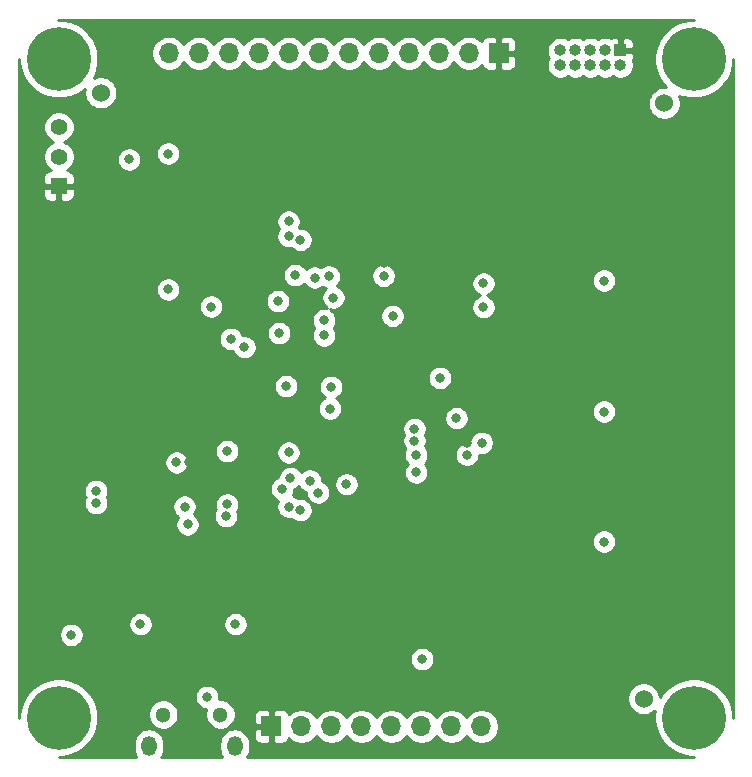
<source format=gbr>
%TF.GenerationSoftware,KiCad,Pcbnew,(5.1.9)-1*%
%TF.CreationDate,2021-05-17T17:29:26-07:00*%
%TF.ProjectId,dev_test_board_v1,6465765f-7465-4737-945f-626f6172645f,rev?*%
%TF.SameCoordinates,Original*%
%TF.FileFunction,Copper,L3,Inr*%
%TF.FilePolarity,Positive*%
%FSLAX46Y46*%
G04 Gerber Fmt 4.6, Leading zero omitted, Abs format (unit mm)*
G04 Created by KiCad (PCBNEW (5.1.9)-1) date 2021-05-17 17:29:26*
%MOMM*%
%LPD*%
G01*
G04 APERTURE LIST*
%TA.AperFunction,ComponentPad*%
%ADD10C,1.300000*%
%TD*%
%TA.AperFunction,ComponentPad*%
%ADD11O,1.300000X1.700000*%
%TD*%
%TA.AperFunction,WasherPad*%
%ADD12C,1.524000*%
%TD*%
%TA.AperFunction,ComponentPad*%
%ADD13R,1.400000X1.400000*%
%TD*%
%TA.AperFunction,ComponentPad*%
%ADD14C,1.400000*%
%TD*%
%TA.AperFunction,ComponentPad*%
%ADD15C,5.400000*%
%TD*%
%TA.AperFunction,ComponentPad*%
%ADD16C,0.800000*%
%TD*%
%TA.AperFunction,ComponentPad*%
%ADD17R,1.000000X1.000000*%
%TD*%
%TA.AperFunction,ComponentPad*%
%ADD18O,1.000000X1.000000*%
%TD*%
%TA.AperFunction,ComponentPad*%
%ADD19R,1.700000X1.700000*%
%TD*%
%TA.AperFunction,ComponentPad*%
%ADD20O,1.700000X1.700000*%
%TD*%
%TA.AperFunction,ViaPad*%
%ADD21C,0.800000*%
%TD*%
%TA.AperFunction,Conductor*%
%ADD22C,0.254000*%
%TD*%
%TA.AperFunction,Conductor*%
%ADD23C,0.100000*%
%TD*%
G04 APERTURE END LIST*
D10*
%TO.N,N/C*%
%TO.C,J1*%
X202575000Y-124500000D03*
%TO.N,Net-(J1-Pad6)*%
X207425000Y-124500000D03*
D11*
%TO.N,N/C*%
X201375000Y-127150000D03*
X208625000Y-127150000D03*
%TD*%
D12*
%TO.N,*%
%TO.C,REF\u002A\u002A*%
X243250000Y-123150000D03*
%TD*%
%TO.N,*%
%TO.C,REF\u002A\u002A*%
X197300000Y-71850000D03*
%TD*%
%TO.N,*%
%TO.C,REF\u002A\u002A*%
X197300000Y-71850000D03*
%TD*%
%TO.N,*%
%TO.C,REF\u002A\u002A*%
X245000000Y-72750000D03*
%TD*%
D13*
%TO.N,+3V3*%
%TO.C,SW1*%
X193750000Y-79750000D03*
D14*
%TO.N,Net-(R5-Pad1)*%
X193750000Y-77250000D03*
%TO.N,GND*%
X193750000Y-74750000D03*
%TD*%
D15*
%TO.N,GND*%
%TO.C,H1*%
X247500000Y-69000000D03*
D16*
X249525000Y-69000000D03*
X248931891Y-70431891D03*
X247500000Y-71025000D03*
X246068109Y-70431891D03*
X245475000Y-69000000D03*
X246068109Y-67568109D03*
X247500000Y-66975000D03*
X248931891Y-67568109D03*
%TD*%
%TO.N,GND*%
%TO.C,H2*%
X195181891Y-67568109D03*
X193750000Y-66975000D03*
X192318109Y-67568109D03*
X191725000Y-69000000D03*
X192318109Y-70431891D03*
X193750000Y-71025000D03*
X195181891Y-70431891D03*
X195775000Y-69000000D03*
D15*
X193750000Y-69000000D03*
%TD*%
D16*
%TO.N,GND*%
%TO.C,H3*%
X195181891Y-123318109D03*
X193750000Y-122725000D03*
X192318109Y-123318109D03*
X191725000Y-124750000D03*
X192318109Y-126181891D03*
X193750000Y-126775000D03*
X195181891Y-126181891D03*
X195775000Y-124750000D03*
D15*
X193750000Y-124750000D03*
%TD*%
%TO.N,GND*%
%TO.C,H4*%
X247500000Y-124750000D03*
D16*
X249525000Y-124750000D03*
X248931891Y-126181891D03*
X247500000Y-126775000D03*
X246068109Y-126181891D03*
X245475000Y-124750000D03*
X246068109Y-123318109D03*
X247500000Y-122725000D03*
X248931891Y-123318109D03*
%TD*%
D17*
%TO.N,+3V3*%
%TO.C,J2*%
X241290000Y-68250000D03*
D18*
%TO.N,Net-(J2-Pad2)*%
X241290000Y-69520000D03*
%TO.N,GND*%
X240020000Y-68250000D03*
%TO.N,SW_CLK*%
X240020000Y-69520000D03*
%TO.N,GND*%
X238750000Y-68250000D03*
%TO.N,Net-(J2-Pad6)*%
X238750000Y-69520000D03*
%TO.N,Net-(J2-Pad7)*%
X237480000Y-68250000D03*
%TO.N,Net-(J2-Pad8)*%
X237480000Y-69520000D03*
%TO.N,GND*%
X236210000Y-68250000D03*
%TO.N,NRST*%
X236210000Y-69520000D03*
%TD*%
D19*
%TO.N,+3V3*%
%TO.C,J3*%
X211750000Y-125500000D03*
D20*
%TO.N,GND*%
X214290000Y-125500000D03*
%TO.N,LCD_CS*%
X216830000Y-125500000D03*
%TO.N,LCD_RST*%
X219370000Y-125500000D03*
%TO.N,LCD_A0*%
X221910000Y-125500000D03*
%TO.N,SPI1_MOSI*%
X224450000Y-125500000D03*
%TO.N,SPI1_SCK*%
X226990000Y-125500000D03*
%TO.N,LCD_LED*%
X229530000Y-125500000D03*
%TD*%
D19*
%TO.N,+3V3*%
%TO.C,J4*%
X231000000Y-68500000D03*
D20*
%TO.N,GND*%
X228460000Y-68500000D03*
%TO.N,LPUART1_RX*%
X225920000Y-68500000D03*
%TO.N,LPUART1_TX*%
X223380000Y-68500000D03*
%TO.N,GPIO8*%
X220840000Y-68500000D03*
%TO.N,GPIO7*%
X218300000Y-68500000D03*
%TO.N,GPIO6*%
X215760000Y-68500000D03*
%TO.N,GPIO5*%
X213220000Y-68500000D03*
%TO.N,GPIO4*%
X210680000Y-68500000D03*
%TO.N,GPIO3*%
X208140000Y-68500000D03*
%TO.N,GPIO2*%
X205600000Y-68500000D03*
%TO.N,GPIO1*%
X203060000Y-68500000D03*
%TD*%
D21*
%TO.N,GND*%
X203000000Y-77000000D03*
X203000000Y-88500000D03*
X206650000Y-89950000D03*
X216800000Y-96750000D03*
X223850000Y-100300000D03*
X223850000Y-101300000D03*
X228300000Y-102500000D03*
X224000000Y-102500000D03*
X224000000Y-104000000D03*
X239900000Y-98850000D03*
X239900000Y-109850000D03*
X239900000Y-87750000D03*
X196900000Y-105550000D03*
X196900000Y-106600000D03*
X194800000Y-117750000D03*
X200650000Y-116850000D03*
X208700000Y-116850000D03*
X203700000Y-103150000D03*
X229700000Y-90000000D03*
X229700000Y-88000000D03*
X221250000Y-87350000D03*
X213200000Y-84000000D03*
X213200000Y-82750000D03*
X206300000Y-123000000D03*
X212650000Y-105400000D03*
X204400000Y-106900000D03*
%TO.N,+3V3*%
X204780000Y-103150000D03*
X210550000Y-106700000D03*
X249200000Y-89550000D03*
X249250000Y-100600000D03*
X249300000Y-111650000D03*
X228300000Y-101500000D03*
X226450000Y-104000000D03*
X223500000Y-98000000D03*
X227000000Y-98000000D03*
X225500000Y-99050000D03*
X193300000Y-97000000D03*
X193300000Y-99000000D03*
X218450000Y-96000000D03*
X203300000Y-91500000D03*
X226450000Y-102500000D03*
X221250000Y-86300000D03*
X210800000Y-82750000D03*
X210800000Y-84000000D03*
%TO.N,NRST*%
X217000000Y-89200000D03*
%TO.N,SPI1_SCK*%
X213000000Y-96700000D03*
X213200000Y-102300000D03*
X215700000Y-105700000D03*
%TO.N,SPI1_MOSI*%
X218100000Y-105000000D03*
X224500000Y-119800000D03*
%TO.N,LPUART1_RX*%
X216200000Y-91100000D03*
%TO.N,LPUART1_TX*%
X216600000Y-87400000D03*
X212300000Y-89500000D03*
X209450000Y-93400000D03*
%TO.N,LED_USB_RX*%
X208000000Y-106700000D03*
X208000000Y-102200000D03*
%TO.N,BOOT0*%
X214200000Y-84300000D03*
X199700000Y-77500000D03*
%TO.N,I2C1_SCL*%
X222000000Y-90750000D03*
X226000000Y-96000000D03*
%TO.N,USB_CBUS0*%
X204650000Y-108400000D03*
X208300000Y-92700000D03*
%TO.N,USB_CBUS3*%
X207900000Y-107700000D03*
X212400000Y-92200000D03*
%TO.N,ACC_INT1*%
X216200000Y-92400000D03*
X227400000Y-99400000D03*
%TO.N,ACC_INT2*%
X216700000Y-98600000D03*
X229550000Y-101500000D03*
%TO.N,USART2_TX*%
X215400000Y-87500000D03*
X215000000Y-104700000D03*
%TO.N,USART2_RX*%
X214200000Y-107200000D03*
X213750000Y-87300000D03*
%TO.N,Net-(U2-Pad2)*%
X213350000Y-104450000D03*
X213200000Y-106900000D03*
%TD*%
D22*
%TO.N,+3V3*%
X247518716Y-65665000D02*
X247171531Y-65665000D01*
X246527216Y-65793162D01*
X245920285Y-66044561D01*
X245374061Y-66409536D01*
X244909536Y-66874061D01*
X244544561Y-67420285D01*
X244293162Y-68027216D01*
X244165000Y-68671531D01*
X244165000Y-69328469D01*
X244293162Y-69972784D01*
X244544561Y-70579715D01*
X244909536Y-71125939D01*
X245136597Y-71353000D01*
X244862408Y-71353000D01*
X244592510Y-71406686D01*
X244338273Y-71511995D01*
X244109465Y-71664880D01*
X243914880Y-71859465D01*
X243761995Y-72088273D01*
X243656686Y-72342510D01*
X243603000Y-72612408D01*
X243603000Y-72887592D01*
X243656686Y-73157490D01*
X243761995Y-73411727D01*
X243914880Y-73640535D01*
X244109465Y-73835120D01*
X244338273Y-73988005D01*
X244592510Y-74093314D01*
X244862408Y-74147000D01*
X245137592Y-74147000D01*
X245407490Y-74093314D01*
X245661727Y-73988005D01*
X245890535Y-73835120D01*
X246085120Y-73640535D01*
X246238005Y-73411727D01*
X246343314Y-73157490D01*
X246397000Y-72887592D01*
X246397000Y-72612408D01*
X246343314Y-72342510D01*
X246238005Y-72088273D01*
X246236869Y-72086572D01*
X246527216Y-72206838D01*
X247171531Y-72335000D01*
X247828469Y-72335000D01*
X248472784Y-72206838D01*
X249079715Y-71955439D01*
X249625939Y-71590464D01*
X250090464Y-71125939D01*
X250455439Y-70579715D01*
X250706838Y-69972784D01*
X250835000Y-69328469D01*
X250835000Y-68960012D01*
X250840000Y-69007584D01*
X250840001Y-124717711D01*
X250835000Y-124768716D01*
X250835000Y-124421531D01*
X250706838Y-123777216D01*
X250455439Y-123170285D01*
X250090464Y-122624061D01*
X249625939Y-122159536D01*
X249079715Y-121794561D01*
X248472784Y-121543162D01*
X247828469Y-121415000D01*
X247171531Y-121415000D01*
X246527216Y-121543162D01*
X245920285Y-121794561D01*
X245374061Y-122159536D01*
X244909536Y-122624061D01*
X244647000Y-123016974D01*
X244647000Y-123012408D01*
X244593314Y-122742510D01*
X244488005Y-122488273D01*
X244335120Y-122259465D01*
X244140535Y-122064880D01*
X243911727Y-121911995D01*
X243657490Y-121806686D01*
X243387592Y-121753000D01*
X243112408Y-121753000D01*
X242842510Y-121806686D01*
X242588273Y-121911995D01*
X242359465Y-122064880D01*
X242164880Y-122259465D01*
X242011995Y-122488273D01*
X241906686Y-122742510D01*
X241853000Y-123012408D01*
X241853000Y-123287592D01*
X241906686Y-123557490D01*
X242011995Y-123811727D01*
X242164880Y-124040535D01*
X242359465Y-124235120D01*
X242588273Y-124388005D01*
X242842510Y-124493314D01*
X243112408Y-124547000D01*
X243387592Y-124547000D01*
X243657490Y-124493314D01*
X243911727Y-124388005D01*
X244140535Y-124235120D01*
X244217361Y-124158294D01*
X244165000Y-124421531D01*
X244165000Y-125078469D01*
X244293162Y-125722784D01*
X244544561Y-126329715D01*
X244909536Y-126875939D01*
X245374061Y-127340464D01*
X245920285Y-127705439D01*
X246527216Y-127956838D01*
X247171531Y-128085000D01*
X247539988Y-128085000D01*
X247492417Y-128090000D01*
X209680029Y-128090000D01*
X209698608Y-128067362D01*
X209817929Y-127844127D01*
X209891407Y-127601904D01*
X209910000Y-127413123D01*
X209910000Y-126886878D01*
X209891407Y-126698097D01*
X209817929Y-126455874D01*
X209761339Y-126350000D01*
X210261928Y-126350000D01*
X210274188Y-126474482D01*
X210310498Y-126594180D01*
X210369463Y-126704494D01*
X210448815Y-126801185D01*
X210545506Y-126880537D01*
X210655820Y-126939502D01*
X210775518Y-126975812D01*
X210900000Y-126988072D01*
X211464250Y-126985000D01*
X211623000Y-126826250D01*
X211623000Y-125627000D01*
X210423750Y-125627000D01*
X210265000Y-125785750D01*
X210261928Y-126350000D01*
X209761339Y-126350000D01*
X209698608Y-126232638D01*
X209538028Y-126036972D01*
X209342362Y-125876392D01*
X209119127Y-125757071D01*
X208876904Y-125683593D01*
X208625000Y-125658783D01*
X208373097Y-125683593D01*
X208130874Y-125757071D01*
X207907639Y-125876392D01*
X207711973Y-126036972D01*
X207551392Y-126232638D01*
X207432071Y-126455873D01*
X207358593Y-126698096D01*
X207340000Y-126886877D01*
X207340000Y-127413122D01*
X207358593Y-127601903D01*
X207432071Y-127844126D01*
X207551392Y-128067361D01*
X207569971Y-128090000D01*
X202430029Y-128090000D01*
X202448608Y-128067362D01*
X202567929Y-127844127D01*
X202641407Y-127601904D01*
X202660000Y-127413123D01*
X202660000Y-126886878D01*
X202641407Y-126698097D01*
X202567929Y-126455874D01*
X202448608Y-126232638D01*
X202288028Y-126036972D01*
X202092362Y-125876392D01*
X201869127Y-125757071D01*
X201626904Y-125683593D01*
X201375000Y-125658783D01*
X201123097Y-125683593D01*
X200880874Y-125757071D01*
X200657639Y-125876392D01*
X200461973Y-126036972D01*
X200301392Y-126232638D01*
X200182071Y-126455873D01*
X200108593Y-126698096D01*
X200090000Y-126886877D01*
X200090000Y-127413122D01*
X200108593Y-127601903D01*
X200182071Y-127844126D01*
X200301392Y-128067361D01*
X200319971Y-128090000D01*
X193782279Y-128090000D01*
X193731284Y-128085000D01*
X194078469Y-128085000D01*
X194722784Y-127956838D01*
X195329715Y-127705439D01*
X195875939Y-127340464D01*
X196340464Y-126875939D01*
X196705439Y-126329715D01*
X196956838Y-125722784D01*
X197085000Y-125078469D01*
X197085000Y-124421531D01*
X197075434Y-124373439D01*
X201290000Y-124373439D01*
X201290000Y-124626561D01*
X201339381Y-124874821D01*
X201436247Y-125108676D01*
X201576875Y-125319140D01*
X201755860Y-125498125D01*
X201966324Y-125638753D01*
X202200179Y-125735619D01*
X202448439Y-125785000D01*
X202701561Y-125785000D01*
X202949821Y-125735619D01*
X203183676Y-125638753D01*
X203394140Y-125498125D01*
X203573125Y-125319140D01*
X203713753Y-125108676D01*
X203810619Y-124874821D01*
X203860000Y-124626561D01*
X203860000Y-124373439D01*
X203810619Y-124125179D01*
X203713753Y-123891324D01*
X203573125Y-123680860D01*
X203394140Y-123501875D01*
X203183676Y-123361247D01*
X202949821Y-123264381D01*
X202701561Y-123215000D01*
X202448439Y-123215000D01*
X202200179Y-123264381D01*
X201966324Y-123361247D01*
X201755860Y-123501875D01*
X201576875Y-123680860D01*
X201436247Y-123891324D01*
X201339381Y-124125179D01*
X201290000Y-124373439D01*
X197075434Y-124373439D01*
X196956838Y-123777216D01*
X196705439Y-123170285D01*
X196523545Y-122898061D01*
X205265000Y-122898061D01*
X205265000Y-123101939D01*
X205304774Y-123301898D01*
X205382795Y-123490256D01*
X205496063Y-123659774D01*
X205640226Y-123803937D01*
X205809744Y-123917205D01*
X205998102Y-123995226D01*
X206198061Y-124035000D01*
X206226734Y-124035000D01*
X206189381Y-124125179D01*
X206140000Y-124373439D01*
X206140000Y-124626561D01*
X206189381Y-124874821D01*
X206286247Y-125108676D01*
X206426875Y-125319140D01*
X206605860Y-125498125D01*
X206816324Y-125638753D01*
X207050179Y-125735619D01*
X207298439Y-125785000D01*
X207551561Y-125785000D01*
X207799821Y-125735619D01*
X208033676Y-125638753D01*
X208244140Y-125498125D01*
X208423125Y-125319140D01*
X208563753Y-125108676D01*
X208660619Y-124874821D01*
X208705337Y-124650000D01*
X210261928Y-124650000D01*
X210265000Y-125214250D01*
X210423750Y-125373000D01*
X211623000Y-125373000D01*
X211623000Y-124173750D01*
X211877000Y-124173750D01*
X211877000Y-125373000D01*
X211897000Y-125373000D01*
X211897000Y-125627000D01*
X211877000Y-125627000D01*
X211877000Y-126826250D01*
X212035750Y-126985000D01*
X212600000Y-126988072D01*
X212724482Y-126975812D01*
X212844180Y-126939502D01*
X212954494Y-126880537D01*
X213051185Y-126801185D01*
X213130537Y-126704494D01*
X213189502Y-126594180D01*
X213211513Y-126521620D01*
X213343368Y-126653475D01*
X213586589Y-126815990D01*
X213856842Y-126927932D01*
X214143740Y-126985000D01*
X214436260Y-126985000D01*
X214723158Y-126927932D01*
X214993411Y-126815990D01*
X215236632Y-126653475D01*
X215443475Y-126446632D01*
X215560000Y-126272240D01*
X215676525Y-126446632D01*
X215883368Y-126653475D01*
X216126589Y-126815990D01*
X216396842Y-126927932D01*
X216683740Y-126985000D01*
X216976260Y-126985000D01*
X217263158Y-126927932D01*
X217533411Y-126815990D01*
X217776632Y-126653475D01*
X217983475Y-126446632D01*
X218100000Y-126272240D01*
X218216525Y-126446632D01*
X218423368Y-126653475D01*
X218666589Y-126815990D01*
X218936842Y-126927932D01*
X219223740Y-126985000D01*
X219516260Y-126985000D01*
X219803158Y-126927932D01*
X220073411Y-126815990D01*
X220316632Y-126653475D01*
X220523475Y-126446632D01*
X220640000Y-126272240D01*
X220756525Y-126446632D01*
X220963368Y-126653475D01*
X221206589Y-126815990D01*
X221476842Y-126927932D01*
X221763740Y-126985000D01*
X222056260Y-126985000D01*
X222343158Y-126927932D01*
X222613411Y-126815990D01*
X222856632Y-126653475D01*
X223063475Y-126446632D01*
X223180000Y-126272240D01*
X223296525Y-126446632D01*
X223503368Y-126653475D01*
X223746589Y-126815990D01*
X224016842Y-126927932D01*
X224303740Y-126985000D01*
X224596260Y-126985000D01*
X224883158Y-126927932D01*
X225153411Y-126815990D01*
X225396632Y-126653475D01*
X225603475Y-126446632D01*
X225720000Y-126272240D01*
X225836525Y-126446632D01*
X226043368Y-126653475D01*
X226286589Y-126815990D01*
X226556842Y-126927932D01*
X226843740Y-126985000D01*
X227136260Y-126985000D01*
X227423158Y-126927932D01*
X227693411Y-126815990D01*
X227936632Y-126653475D01*
X228143475Y-126446632D01*
X228260000Y-126272240D01*
X228376525Y-126446632D01*
X228583368Y-126653475D01*
X228826589Y-126815990D01*
X229096842Y-126927932D01*
X229383740Y-126985000D01*
X229676260Y-126985000D01*
X229963158Y-126927932D01*
X230233411Y-126815990D01*
X230476632Y-126653475D01*
X230683475Y-126446632D01*
X230845990Y-126203411D01*
X230957932Y-125933158D01*
X231015000Y-125646260D01*
X231015000Y-125353740D01*
X230957932Y-125066842D01*
X230845990Y-124796589D01*
X230683475Y-124553368D01*
X230476632Y-124346525D01*
X230233411Y-124184010D01*
X229963158Y-124072068D01*
X229676260Y-124015000D01*
X229383740Y-124015000D01*
X229096842Y-124072068D01*
X228826589Y-124184010D01*
X228583368Y-124346525D01*
X228376525Y-124553368D01*
X228260000Y-124727760D01*
X228143475Y-124553368D01*
X227936632Y-124346525D01*
X227693411Y-124184010D01*
X227423158Y-124072068D01*
X227136260Y-124015000D01*
X226843740Y-124015000D01*
X226556842Y-124072068D01*
X226286589Y-124184010D01*
X226043368Y-124346525D01*
X225836525Y-124553368D01*
X225720000Y-124727760D01*
X225603475Y-124553368D01*
X225396632Y-124346525D01*
X225153411Y-124184010D01*
X224883158Y-124072068D01*
X224596260Y-124015000D01*
X224303740Y-124015000D01*
X224016842Y-124072068D01*
X223746589Y-124184010D01*
X223503368Y-124346525D01*
X223296525Y-124553368D01*
X223180000Y-124727760D01*
X223063475Y-124553368D01*
X222856632Y-124346525D01*
X222613411Y-124184010D01*
X222343158Y-124072068D01*
X222056260Y-124015000D01*
X221763740Y-124015000D01*
X221476842Y-124072068D01*
X221206589Y-124184010D01*
X220963368Y-124346525D01*
X220756525Y-124553368D01*
X220640000Y-124727760D01*
X220523475Y-124553368D01*
X220316632Y-124346525D01*
X220073411Y-124184010D01*
X219803158Y-124072068D01*
X219516260Y-124015000D01*
X219223740Y-124015000D01*
X218936842Y-124072068D01*
X218666589Y-124184010D01*
X218423368Y-124346525D01*
X218216525Y-124553368D01*
X218100000Y-124727760D01*
X217983475Y-124553368D01*
X217776632Y-124346525D01*
X217533411Y-124184010D01*
X217263158Y-124072068D01*
X216976260Y-124015000D01*
X216683740Y-124015000D01*
X216396842Y-124072068D01*
X216126589Y-124184010D01*
X215883368Y-124346525D01*
X215676525Y-124553368D01*
X215560000Y-124727760D01*
X215443475Y-124553368D01*
X215236632Y-124346525D01*
X214993411Y-124184010D01*
X214723158Y-124072068D01*
X214436260Y-124015000D01*
X214143740Y-124015000D01*
X213856842Y-124072068D01*
X213586589Y-124184010D01*
X213343368Y-124346525D01*
X213211513Y-124478380D01*
X213189502Y-124405820D01*
X213130537Y-124295506D01*
X213051185Y-124198815D01*
X212954494Y-124119463D01*
X212844180Y-124060498D01*
X212724482Y-124024188D01*
X212600000Y-124011928D01*
X212035750Y-124015000D01*
X211877000Y-124173750D01*
X211623000Y-124173750D01*
X211464250Y-124015000D01*
X210900000Y-124011928D01*
X210775518Y-124024188D01*
X210655820Y-124060498D01*
X210545506Y-124119463D01*
X210448815Y-124198815D01*
X210369463Y-124295506D01*
X210310498Y-124405820D01*
X210274188Y-124525518D01*
X210261928Y-124650000D01*
X208705337Y-124650000D01*
X208710000Y-124626561D01*
X208710000Y-124373439D01*
X208660619Y-124125179D01*
X208563753Y-123891324D01*
X208423125Y-123680860D01*
X208244140Y-123501875D01*
X208033676Y-123361247D01*
X207799821Y-123264381D01*
X207551561Y-123215000D01*
X207312511Y-123215000D01*
X207335000Y-123101939D01*
X207335000Y-122898061D01*
X207295226Y-122698102D01*
X207217205Y-122509744D01*
X207103937Y-122340226D01*
X206959774Y-122196063D01*
X206790256Y-122082795D01*
X206601898Y-122004774D01*
X206401939Y-121965000D01*
X206198061Y-121965000D01*
X205998102Y-122004774D01*
X205809744Y-122082795D01*
X205640226Y-122196063D01*
X205496063Y-122340226D01*
X205382795Y-122509744D01*
X205304774Y-122698102D01*
X205265000Y-122898061D01*
X196523545Y-122898061D01*
X196340464Y-122624061D01*
X195875939Y-122159536D01*
X195329715Y-121794561D01*
X194722784Y-121543162D01*
X194078469Y-121415000D01*
X193421531Y-121415000D01*
X192777216Y-121543162D01*
X192170285Y-121794561D01*
X191624061Y-122159536D01*
X191159536Y-122624061D01*
X190794561Y-123170285D01*
X190543162Y-123777216D01*
X190415000Y-124421531D01*
X190415000Y-124789988D01*
X190410000Y-124742417D01*
X190410000Y-119698061D01*
X223465000Y-119698061D01*
X223465000Y-119901939D01*
X223504774Y-120101898D01*
X223582795Y-120290256D01*
X223696063Y-120459774D01*
X223840226Y-120603937D01*
X224009744Y-120717205D01*
X224198102Y-120795226D01*
X224398061Y-120835000D01*
X224601939Y-120835000D01*
X224801898Y-120795226D01*
X224990256Y-120717205D01*
X225159774Y-120603937D01*
X225303937Y-120459774D01*
X225417205Y-120290256D01*
X225495226Y-120101898D01*
X225535000Y-119901939D01*
X225535000Y-119698061D01*
X225495226Y-119498102D01*
X225417205Y-119309744D01*
X225303937Y-119140226D01*
X225159774Y-118996063D01*
X224990256Y-118882795D01*
X224801898Y-118804774D01*
X224601939Y-118765000D01*
X224398061Y-118765000D01*
X224198102Y-118804774D01*
X224009744Y-118882795D01*
X223840226Y-118996063D01*
X223696063Y-119140226D01*
X223582795Y-119309744D01*
X223504774Y-119498102D01*
X223465000Y-119698061D01*
X190410000Y-119698061D01*
X190410000Y-117648061D01*
X193765000Y-117648061D01*
X193765000Y-117851939D01*
X193804774Y-118051898D01*
X193882795Y-118240256D01*
X193996063Y-118409774D01*
X194140226Y-118553937D01*
X194309744Y-118667205D01*
X194498102Y-118745226D01*
X194698061Y-118785000D01*
X194901939Y-118785000D01*
X195101898Y-118745226D01*
X195290256Y-118667205D01*
X195459774Y-118553937D01*
X195603937Y-118409774D01*
X195717205Y-118240256D01*
X195795226Y-118051898D01*
X195835000Y-117851939D01*
X195835000Y-117648061D01*
X195795226Y-117448102D01*
X195717205Y-117259744D01*
X195603937Y-117090226D01*
X195459774Y-116946063D01*
X195290256Y-116832795D01*
X195101898Y-116754774D01*
X195068150Y-116748061D01*
X199615000Y-116748061D01*
X199615000Y-116951939D01*
X199654774Y-117151898D01*
X199732795Y-117340256D01*
X199846063Y-117509774D01*
X199990226Y-117653937D01*
X200159744Y-117767205D01*
X200348102Y-117845226D01*
X200548061Y-117885000D01*
X200751939Y-117885000D01*
X200951898Y-117845226D01*
X201140256Y-117767205D01*
X201309774Y-117653937D01*
X201453937Y-117509774D01*
X201567205Y-117340256D01*
X201645226Y-117151898D01*
X201685000Y-116951939D01*
X201685000Y-116748061D01*
X207665000Y-116748061D01*
X207665000Y-116951939D01*
X207704774Y-117151898D01*
X207782795Y-117340256D01*
X207896063Y-117509774D01*
X208040226Y-117653937D01*
X208209744Y-117767205D01*
X208398102Y-117845226D01*
X208598061Y-117885000D01*
X208801939Y-117885000D01*
X209001898Y-117845226D01*
X209190256Y-117767205D01*
X209359774Y-117653937D01*
X209503937Y-117509774D01*
X209617205Y-117340256D01*
X209695226Y-117151898D01*
X209735000Y-116951939D01*
X209735000Y-116748061D01*
X209695226Y-116548102D01*
X209617205Y-116359744D01*
X209503937Y-116190226D01*
X209359774Y-116046063D01*
X209190256Y-115932795D01*
X209001898Y-115854774D01*
X208801939Y-115815000D01*
X208598061Y-115815000D01*
X208398102Y-115854774D01*
X208209744Y-115932795D01*
X208040226Y-116046063D01*
X207896063Y-116190226D01*
X207782795Y-116359744D01*
X207704774Y-116548102D01*
X207665000Y-116748061D01*
X201685000Y-116748061D01*
X201645226Y-116548102D01*
X201567205Y-116359744D01*
X201453937Y-116190226D01*
X201309774Y-116046063D01*
X201140256Y-115932795D01*
X200951898Y-115854774D01*
X200751939Y-115815000D01*
X200548061Y-115815000D01*
X200348102Y-115854774D01*
X200159744Y-115932795D01*
X199990226Y-116046063D01*
X199846063Y-116190226D01*
X199732795Y-116359744D01*
X199654774Y-116548102D01*
X199615000Y-116748061D01*
X195068150Y-116748061D01*
X194901939Y-116715000D01*
X194698061Y-116715000D01*
X194498102Y-116754774D01*
X194309744Y-116832795D01*
X194140226Y-116946063D01*
X193996063Y-117090226D01*
X193882795Y-117259744D01*
X193804774Y-117448102D01*
X193765000Y-117648061D01*
X190410000Y-117648061D01*
X190410000Y-109748061D01*
X238865000Y-109748061D01*
X238865000Y-109951939D01*
X238904774Y-110151898D01*
X238982795Y-110340256D01*
X239096063Y-110509774D01*
X239240226Y-110653937D01*
X239409744Y-110767205D01*
X239598102Y-110845226D01*
X239798061Y-110885000D01*
X240001939Y-110885000D01*
X240201898Y-110845226D01*
X240390256Y-110767205D01*
X240559774Y-110653937D01*
X240703937Y-110509774D01*
X240817205Y-110340256D01*
X240895226Y-110151898D01*
X240935000Y-109951939D01*
X240935000Y-109748061D01*
X240895226Y-109548102D01*
X240817205Y-109359744D01*
X240703937Y-109190226D01*
X240559774Y-109046063D01*
X240390256Y-108932795D01*
X240201898Y-108854774D01*
X240001939Y-108815000D01*
X239798061Y-108815000D01*
X239598102Y-108854774D01*
X239409744Y-108932795D01*
X239240226Y-109046063D01*
X239096063Y-109190226D01*
X238982795Y-109359744D01*
X238904774Y-109548102D01*
X238865000Y-109748061D01*
X190410000Y-109748061D01*
X190410000Y-105448061D01*
X195865000Y-105448061D01*
X195865000Y-105651939D01*
X195904774Y-105851898D01*
X195982795Y-106040256D01*
X196006010Y-106075000D01*
X195982795Y-106109744D01*
X195904774Y-106298102D01*
X195865000Y-106498061D01*
X195865000Y-106701939D01*
X195904774Y-106901898D01*
X195982795Y-107090256D01*
X196096063Y-107259774D01*
X196240226Y-107403937D01*
X196409744Y-107517205D01*
X196598102Y-107595226D01*
X196798061Y-107635000D01*
X197001939Y-107635000D01*
X197201898Y-107595226D01*
X197390256Y-107517205D01*
X197559774Y-107403937D01*
X197703937Y-107259774D01*
X197817205Y-107090256D01*
X197895226Y-106901898D01*
X197915880Y-106798061D01*
X203365000Y-106798061D01*
X203365000Y-107001939D01*
X203404774Y-107201898D01*
X203482795Y-107390256D01*
X203596063Y-107559774D01*
X203740226Y-107703937D01*
X203830159Y-107764028D01*
X203732795Y-107909744D01*
X203654774Y-108098102D01*
X203615000Y-108298061D01*
X203615000Y-108501939D01*
X203654774Y-108701898D01*
X203732795Y-108890256D01*
X203846063Y-109059774D01*
X203990226Y-109203937D01*
X204159744Y-109317205D01*
X204348102Y-109395226D01*
X204548061Y-109435000D01*
X204751939Y-109435000D01*
X204951898Y-109395226D01*
X205140256Y-109317205D01*
X205309774Y-109203937D01*
X205453937Y-109059774D01*
X205567205Y-108890256D01*
X205645226Y-108701898D01*
X205685000Y-108501939D01*
X205685000Y-108298061D01*
X205645226Y-108098102D01*
X205567205Y-107909744D01*
X205453937Y-107740226D01*
X205311772Y-107598061D01*
X206865000Y-107598061D01*
X206865000Y-107801939D01*
X206904774Y-108001898D01*
X206982795Y-108190256D01*
X207096063Y-108359774D01*
X207240226Y-108503937D01*
X207409744Y-108617205D01*
X207598102Y-108695226D01*
X207798061Y-108735000D01*
X208001939Y-108735000D01*
X208201898Y-108695226D01*
X208390256Y-108617205D01*
X208559774Y-108503937D01*
X208703937Y-108359774D01*
X208817205Y-108190256D01*
X208895226Y-108001898D01*
X208935000Y-107801939D01*
X208935000Y-107598061D01*
X208895226Y-107398102D01*
X208850490Y-107290102D01*
X208917205Y-107190256D01*
X208995226Y-107001898D01*
X209035000Y-106801939D01*
X209035000Y-106598061D01*
X208995226Y-106398102D01*
X208917205Y-106209744D01*
X208803937Y-106040226D01*
X208659774Y-105896063D01*
X208490256Y-105782795D01*
X208301898Y-105704774D01*
X208101939Y-105665000D01*
X207898061Y-105665000D01*
X207698102Y-105704774D01*
X207509744Y-105782795D01*
X207340226Y-105896063D01*
X207196063Y-106040226D01*
X207082795Y-106209744D01*
X207004774Y-106398102D01*
X206965000Y-106598061D01*
X206965000Y-106801939D01*
X207004774Y-107001898D01*
X207049510Y-107109898D01*
X206982795Y-107209744D01*
X206904774Y-107398102D01*
X206865000Y-107598061D01*
X205311772Y-107598061D01*
X205309774Y-107596063D01*
X205219841Y-107535972D01*
X205317205Y-107390256D01*
X205395226Y-107201898D01*
X205435000Y-107001939D01*
X205435000Y-106798061D01*
X205395226Y-106598102D01*
X205317205Y-106409744D01*
X205203937Y-106240226D01*
X205059774Y-106096063D01*
X204890256Y-105982795D01*
X204701898Y-105904774D01*
X204501939Y-105865000D01*
X204298061Y-105865000D01*
X204098102Y-105904774D01*
X203909744Y-105982795D01*
X203740226Y-106096063D01*
X203596063Y-106240226D01*
X203482795Y-106409744D01*
X203404774Y-106598102D01*
X203365000Y-106798061D01*
X197915880Y-106798061D01*
X197935000Y-106701939D01*
X197935000Y-106498061D01*
X197895226Y-106298102D01*
X197817205Y-106109744D01*
X197793990Y-106075000D01*
X197817205Y-106040256D01*
X197895226Y-105851898D01*
X197935000Y-105651939D01*
X197935000Y-105448061D01*
X197905164Y-105298061D01*
X211615000Y-105298061D01*
X211615000Y-105501939D01*
X211654774Y-105701898D01*
X211732795Y-105890256D01*
X211846063Y-106059774D01*
X211990226Y-106203937D01*
X212159744Y-106317205D01*
X212304550Y-106377186D01*
X212282795Y-106409744D01*
X212204774Y-106598102D01*
X212165000Y-106798061D01*
X212165000Y-107001939D01*
X212204774Y-107201898D01*
X212282795Y-107390256D01*
X212396063Y-107559774D01*
X212540226Y-107703937D01*
X212709744Y-107817205D01*
X212898102Y-107895226D01*
X213098061Y-107935000D01*
X213301939Y-107935000D01*
X213443192Y-107906903D01*
X213540226Y-108003937D01*
X213709744Y-108117205D01*
X213898102Y-108195226D01*
X214098061Y-108235000D01*
X214301939Y-108235000D01*
X214501898Y-108195226D01*
X214690256Y-108117205D01*
X214859774Y-108003937D01*
X215003937Y-107859774D01*
X215117205Y-107690256D01*
X215195226Y-107501898D01*
X215235000Y-107301939D01*
X215235000Y-107098061D01*
X215195226Y-106898102D01*
X215117205Y-106709744D01*
X215003937Y-106540226D01*
X214859774Y-106396063D01*
X214690256Y-106282795D01*
X214501898Y-106204774D01*
X214301939Y-106165000D01*
X214098061Y-106165000D01*
X213956808Y-106193097D01*
X213859774Y-106096063D01*
X213690256Y-105982795D01*
X213545450Y-105922814D01*
X213567205Y-105890256D01*
X213645226Y-105701898D01*
X213685000Y-105501939D01*
X213685000Y-105431515D01*
X213840256Y-105367205D01*
X214009774Y-105253937D01*
X214080059Y-105183652D01*
X214082795Y-105190256D01*
X214196063Y-105359774D01*
X214340226Y-105503937D01*
X214509744Y-105617205D01*
X214665000Y-105681515D01*
X214665000Y-105801939D01*
X214704774Y-106001898D01*
X214782795Y-106190256D01*
X214896063Y-106359774D01*
X215040226Y-106503937D01*
X215209744Y-106617205D01*
X215398102Y-106695226D01*
X215598061Y-106735000D01*
X215801939Y-106735000D01*
X216001898Y-106695226D01*
X216190256Y-106617205D01*
X216359774Y-106503937D01*
X216503937Y-106359774D01*
X216617205Y-106190256D01*
X216695226Y-106001898D01*
X216735000Y-105801939D01*
X216735000Y-105598061D01*
X216695226Y-105398102D01*
X216617205Y-105209744D01*
X216503937Y-105040226D01*
X216361772Y-104898061D01*
X217065000Y-104898061D01*
X217065000Y-105101939D01*
X217104774Y-105301898D01*
X217182795Y-105490256D01*
X217296063Y-105659774D01*
X217440226Y-105803937D01*
X217609744Y-105917205D01*
X217798102Y-105995226D01*
X217998061Y-106035000D01*
X218201939Y-106035000D01*
X218401898Y-105995226D01*
X218590256Y-105917205D01*
X218759774Y-105803937D01*
X218903937Y-105659774D01*
X219017205Y-105490256D01*
X219095226Y-105301898D01*
X219135000Y-105101939D01*
X219135000Y-104898061D01*
X219095226Y-104698102D01*
X219017205Y-104509744D01*
X218903937Y-104340226D01*
X218759774Y-104196063D01*
X218590256Y-104082795D01*
X218401898Y-104004774D01*
X218201939Y-103965000D01*
X217998061Y-103965000D01*
X217798102Y-104004774D01*
X217609744Y-104082795D01*
X217440226Y-104196063D01*
X217296063Y-104340226D01*
X217182795Y-104509744D01*
X217104774Y-104698102D01*
X217065000Y-104898061D01*
X216361772Y-104898061D01*
X216359774Y-104896063D01*
X216190256Y-104782795D01*
X216035000Y-104718485D01*
X216035000Y-104598061D01*
X215995226Y-104398102D01*
X215917205Y-104209744D01*
X215803937Y-104040226D01*
X215659774Y-103896063D01*
X215490256Y-103782795D01*
X215301898Y-103704774D01*
X215101939Y-103665000D01*
X214898061Y-103665000D01*
X214698102Y-103704774D01*
X214509744Y-103782795D01*
X214340226Y-103896063D01*
X214269941Y-103966348D01*
X214267205Y-103959744D01*
X214153937Y-103790226D01*
X214009774Y-103646063D01*
X213840256Y-103532795D01*
X213651898Y-103454774D01*
X213451939Y-103415000D01*
X213248061Y-103415000D01*
X213048102Y-103454774D01*
X212859744Y-103532795D01*
X212690226Y-103646063D01*
X212546063Y-103790226D01*
X212432795Y-103959744D01*
X212354774Y-104148102D01*
X212315000Y-104348061D01*
X212315000Y-104418485D01*
X212159744Y-104482795D01*
X211990226Y-104596063D01*
X211846063Y-104740226D01*
X211732795Y-104909744D01*
X211654774Y-105098102D01*
X211615000Y-105298061D01*
X197905164Y-105298061D01*
X197895226Y-105248102D01*
X197817205Y-105059744D01*
X197703937Y-104890226D01*
X197559774Y-104746063D01*
X197390256Y-104632795D01*
X197201898Y-104554774D01*
X197001939Y-104515000D01*
X196798061Y-104515000D01*
X196598102Y-104554774D01*
X196409744Y-104632795D01*
X196240226Y-104746063D01*
X196096063Y-104890226D01*
X195982795Y-105059744D01*
X195904774Y-105248102D01*
X195865000Y-105448061D01*
X190410000Y-105448061D01*
X190410000Y-103048061D01*
X202665000Y-103048061D01*
X202665000Y-103251939D01*
X202704774Y-103451898D01*
X202782795Y-103640256D01*
X202896063Y-103809774D01*
X203040226Y-103953937D01*
X203209744Y-104067205D01*
X203398102Y-104145226D01*
X203598061Y-104185000D01*
X203801939Y-104185000D01*
X204001898Y-104145226D01*
X204190256Y-104067205D01*
X204359774Y-103953937D01*
X204503937Y-103809774D01*
X204617205Y-103640256D01*
X204695226Y-103451898D01*
X204735000Y-103251939D01*
X204735000Y-103048061D01*
X204695226Y-102848102D01*
X204617205Y-102659744D01*
X204503937Y-102490226D01*
X204359774Y-102346063D01*
X204190256Y-102232795D01*
X204001898Y-102154774D01*
X203801939Y-102115000D01*
X203598061Y-102115000D01*
X203398102Y-102154774D01*
X203209744Y-102232795D01*
X203040226Y-102346063D01*
X202896063Y-102490226D01*
X202782795Y-102659744D01*
X202704774Y-102848102D01*
X202665000Y-103048061D01*
X190410000Y-103048061D01*
X190410000Y-102098061D01*
X206965000Y-102098061D01*
X206965000Y-102301939D01*
X207004774Y-102501898D01*
X207082795Y-102690256D01*
X207196063Y-102859774D01*
X207340226Y-103003937D01*
X207509744Y-103117205D01*
X207698102Y-103195226D01*
X207898061Y-103235000D01*
X208101939Y-103235000D01*
X208301898Y-103195226D01*
X208490256Y-103117205D01*
X208659774Y-103003937D01*
X208803937Y-102859774D01*
X208917205Y-102690256D01*
X208995226Y-102501898D01*
X209035000Y-102301939D01*
X209035000Y-102198061D01*
X212165000Y-102198061D01*
X212165000Y-102401939D01*
X212204774Y-102601898D01*
X212282795Y-102790256D01*
X212396063Y-102959774D01*
X212540226Y-103103937D01*
X212709744Y-103217205D01*
X212898102Y-103295226D01*
X213098061Y-103335000D01*
X213301939Y-103335000D01*
X213501898Y-103295226D01*
X213690256Y-103217205D01*
X213859774Y-103103937D01*
X214003937Y-102959774D01*
X214117205Y-102790256D01*
X214195226Y-102601898D01*
X214235000Y-102401939D01*
X214235000Y-102198061D01*
X214195226Y-101998102D01*
X214117205Y-101809744D01*
X214003937Y-101640226D01*
X213859774Y-101496063D01*
X213690256Y-101382795D01*
X213501898Y-101304774D01*
X213301939Y-101265000D01*
X213098061Y-101265000D01*
X212898102Y-101304774D01*
X212709744Y-101382795D01*
X212540226Y-101496063D01*
X212396063Y-101640226D01*
X212282795Y-101809744D01*
X212204774Y-101998102D01*
X212165000Y-102198061D01*
X209035000Y-102198061D01*
X209035000Y-102098061D01*
X208995226Y-101898102D01*
X208917205Y-101709744D01*
X208803937Y-101540226D01*
X208659774Y-101396063D01*
X208490256Y-101282795D01*
X208301898Y-101204774D01*
X208101939Y-101165000D01*
X207898061Y-101165000D01*
X207698102Y-101204774D01*
X207509744Y-101282795D01*
X207340226Y-101396063D01*
X207196063Y-101540226D01*
X207082795Y-101709744D01*
X207004774Y-101898102D01*
X206965000Y-102098061D01*
X190410000Y-102098061D01*
X190410000Y-100198061D01*
X222815000Y-100198061D01*
X222815000Y-100401939D01*
X222854774Y-100601898D01*
X222932795Y-100790256D01*
X222939306Y-100800000D01*
X222932795Y-100809744D01*
X222854774Y-100998102D01*
X222815000Y-101198061D01*
X222815000Y-101401939D01*
X222854774Y-101601898D01*
X222932795Y-101790256D01*
X223046063Y-101959774D01*
X223088097Y-102001808D01*
X223082795Y-102009744D01*
X223004774Y-102198102D01*
X222965000Y-102398061D01*
X222965000Y-102601939D01*
X223004774Y-102801898D01*
X223082795Y-102990256D01*
X223196063Y-103159774D01*
X223286289Y-103250000D01*
X223196063Y-103340226D01*
X223082795Y-103509744D01*
X223004774Y-103698102D01*
X222965000Y-103898061D01*
X222965000Y-104101939D01*
X223004774Y-104301898D01*
X223082795Y-104490256D01*
X223196063Y-104659774D01*
X223340226Y-104803937D01*
X223509744Y-104917205D01*
X223698102Y-104995226D01*
X223898061Y-105035000D01*
X224101939Y-105035000D01*
X224301898Y-104995226D01*
X224490256Y-104917205D01*
X224659774Y-104803937D01*
X224803937Y-104659774D01*
X224917205Y-104490256D01*
X224995226Y-104301898D01*
X225035000Y-104101939D01*
X225035000Y-103898061D01*
X224995226Y-103698102D01*
X224917205Y-103509744D01*
X224803937Y-103340226D01*
X224713711Y-103250000D01*
X224803937Y-103159774D01*
X224917205Y-102990256D01*
X224995226Y-102801898D01*
X225035000Y-102601939D01*
X225035000Y-102398061D01*
X227265000Y-102398061D01*
X227265000Y-102601939D01*
X227304774Y-102801898D01*
X227382795Y-102990256D01*
X227496063Y-103159774D01*
X227640226Y-103303937D01*
X227809744Y-103417205D01*
X227998102Y-103495226D01*
X228198061Y-103535000D01*
X228401939Y-103535000D01*
X228601898Y-103495226D01*
X228790256Y-103417205D01*
X228959774Y-103303937D01*
X229103937Y-103159774D01*
X229217205Y-102990256D01*
X229295226Y-102801898D01*
X229335000Y-102601939D01*
X229335000Y-102512511D01*
X229448061Y-102535000D01*
X229651939Y-102535000D01*
X229851898Y-102495226D01*
X230040256Y-102417205D01*
X230209774Y-102303937D01*
X230353937Y-102159774D01*
X230467205Y-101990256D01*
X230545226Y-101801898D01*
X230585000Y-101601939D01*
X230585000Y-101398061D01*
X230545226Y-101198102D01*
X230467205Y-101009744D01*
X230353937Y-100840226D01*
X230209774Y-100696063D01*
X230040256Y-100582795D01*
X229851898Y-100504774D01*
X229651939Y-100465000D01*
X229448061Y-100465000D01*
X229248102Y-100504774D01*
X229059744Y-100582795D01*
X228890226Y-100696063D01*
X228746063Y-100840226D01*
X228632795Y-101009744D01*
X228554774Y-101198102D01*
X228515000Y-101398061D01*
X228515000Y-101487489D01*
X228401939Y-101465000D01*
X228198061Y-101465000D01*
X227998102Y-101504774D01*
X227809744Y-101582795D01*
X227640226Y-101696063D01*
X227496063Y-101840226D01*
X227382795Y-102009744D01*
X227304774Y-102198102D01*
X227265000Y-102398061D01*
X225035000Y-102398061D01*
X224995226Y-102198102D01*
X224917205Y-102009744D01*
X224803937Y-101840226D01*
X224761903Y-101798192D01*
X224767205Y-101790256D01*
X224845226Y-101601898D01*
X224885000Y-101401939D01*
X224885000Y-101198061D01*
X224845226Y-100998102D01*
X224767205Y-100809744D01*
X224760694Y-100800000D01*
X224767205Y-100790256D01*
X224845226Y-100601898D01*
X224885000Y-100401939D01*
X224885000Y-100198061D01*
X224845226Y-99998102D01*
X224767205Y-99809744D01*
X224653937Y-99640226D01*
X224509774Y-99496063D01*
X224340256Y-99382795D01*
X224151898Y-99304774D01*
X224118150Y-99298061D01*
X226365000Y-99298061D01*
X226365000Y-99501939D01*
X226404774Y-99701898D01*
X226482795Y-99890256D01*
X226596063Y-100059774D01*
X226740226Y-100203937D01*
X226909744Y-100317205D01*
X227098102Y-100395226D01*
X227298061Y-100435000D01*
X227501939Y-100435000D01*
X227701898Y-100395226D01*
X227890256Y-100317205D01*
X228059774Y-100203937D01*
X228203937Y-100059774D01*
X228317205Y-99890256D01*
X228395226Y-99701898D01*
X228435000Y-99501939D01*
X228435000Y-99298061D01*
X228395226Y-99098102D01*
X228317205Y-98909744D01*
X228209173Y-98748061D01*
X238865000Y-98748061D01*
X238865000Y-98951939D01*
X238904774Y-99151898D01*
X238982795Y-99340256D01*
X239096063Y-99509774D01*
X239240226Y-99653937D01*
X239409744Y-99767205D01*
X239598102Y-99845226D01*
X239798061Y-99885000D01*
X240001939Y-99885000D01*
X240201898Y-99845226D01*
X240390256Y-99767205D01*
X240559774Y-99653937D01*
X240703937Y-99509774D01*
X240817205Y-99340256D01*
X240895226Y-99151898D01*
X240935000Y-98951939D01*
X240935000Y-98748061D01*
X240895226Y-98548102D01*
X240817205Y-98359744D01*
X240703937Y-98190226D01*
X240559774Y-98046063D01*
X240390256Y-97932795D01*
X240201898Y-97854774D01*
X240001939Y-97815000D01*
X239798061Y-97815000D01*
X239598102Y-97854774D01*
X239409744Y-97932795D01*
X239240226Y-98046063D01*
X239096063Y-98190226D01*
X238982795Y-98359744D01*
X238904774Y-98548102D01*
X238865000Y-98748061D01*
X228209173Y-98748061D01*
X228203937Y-98740226D01*
X228059774Y-98596063D01*
X227890256Y-98482795D01*
X227701898Y-98404774D01*
X227501939Y-98365000D01*
X227298061Y-98365000D01*
X227098102Y-98404774D01*
X226909744Y-98482795D01*
X226740226Y-98596063D01*
X226596063Y-98740226D01*
X226482795Y-98909744D01*
X226404774Y-99098102D01*
X226365000Y-99298061D01*
X224118150Y-99298061D01*
X223951939Y-99265000D01*
X223748061Y-99265000D01*
X223548102Y-99304774D01*
X223359744Y-99382795D01*
X223190226Y-99496063D01*
X223046063Y-99640226D01*
X222932795Y-99809744D01*
X222854774Y-99998102D01*
X222815000Y-100198061D01*
X190410000Y-100198061D01*
X190410000Y-98498061D01*
X215665000Y-98498061D01*
X215665000Y-98701939D01*
X215704774Y-98901898D01*
X215782795Y-99090256D01*
X215896063Y-99259774D01*
X216040226Y-99403937D01*
X216209744Y-99517205D01*
X216398102Y-99595226D01*
X216598061Y-99635000D01*
X216801939Y-99635000D01*
X217001898Y-99595226D01*
X217190256Y-99517205D01*
X217359774Y-99403937D01*
X217503937Y-99259774D01*
X217617205Y-99090256D01*
X217695226Y-98901898D01*
X217735000Y-98701939D01*
X217735000Y-98498061D01*
X217695226Y-98298102D01*
X217617205Y-98109744D01*
X217503937Y-97940226D01*
X217359774Y-97796063D01*
X217214121Y-97698741D01*
X217290256Y-97667205D01*
X217459774Y-97553937D01*
X217603937Y-97409774D01*
X217717205Y-97240256D01*
X217795226Y-97051898D01*
X217835000Y-96851939D01*
X217835000Y-96648061D01*
X217795226Y-96448102D01*
X217717205Y-96259744D01*
X217603937Y-96090226D01*
X217459774Y-95946063D01*
X217387934Y-95898061D01*
X224965000Y-95898061D01*
X224965000Y-96101939D01*
X225004774Y-96301898D01*
X225082795Y-96490256D01*
X225196063Y-96659774D01*
X225340226Y-96803937D01*
X225509744Y-96917205D01*
X225698102Y-96995226D01*
X225898061Y-97035000D01*
X226101939Y-97035000D01*
X226301898Y-96995226D01*
X226490256Y-96917205D01*
X226659774Y-96803937D01*
X226803937Y-96659774D01*
X226917205Y-96490256D01*
X226995226Y-96301898D01*
X227035000Y-96101939D01*
X227035000Y-95898061D01*
X226995226Y-95698102D01*
X226917205Y-95509744D01*
X226803937Y-95340226D01*
X226659774Y-95196063D01*
X226490256Y-95082795D01*
X226301898Y-95004774D01*
X226101939Y-94965000D01*
X225898061Y-94965000D01*
X225698102Y-95004774D01*
X225509744Y-95082795D01*
X225340226Y-95196063D01*
X225196063Y-95340226D01*
X225082795Y-95509744D01*
X225004774Y-95698102D01*
X224965000Y-95898061D01*
X217387934Y-95898061D01*
X217290256Y-95832795D01*
X217101898Y-95754774D01*
X216901939Y-95715000D01*
X216698061Y-95715000D01*
X216498102Y-95754774D01*
X216309744Y-95832795D01*
X216140226Y-95946063D01*
X215996063Y-96090226D01*
X215882795Y-96259744D01*
X215804774Y-96448102D01*
X215765000Y-96648061D01*
X215765000Y-96851939D01*
X215804774Y-97051898D01*
X215882795Y-97240256D01*
X215996063Y-97409774D01*
X216140226Y-97553937D01*
X216285879Y-97651259D01*
X216209744Y-97682795D01*
X216040226Y-97796063D01*
X215896063Y-97940226D01*
X215782795Y-98109744D01*
X215704774Y-98298102D01*
X215665000Y-98498061D01*
X190410000Y-98498061D01*
X190410000Y-96598061D01*
X211965000Y-96598061D01*
X211965000Y-96801939D01*
X212004774Y-97001898D01*
X212082795Y-97190256D01*
X212196063Y-97359774D01*
X212340226Y-97503937D01*
X212509744Y-97617205D01*
X212698102Y-97695226D01*
X212898061Y-97735000D01*
X213101939Y-97735000D01*
X213301898Y-97695226D01*
X213490256Y-97617205D01*
X213659774Y-97503937D01*
X213803937Y-97359774D01*
X213917205Y-97190256D01*
X213995226Y-97001898D01*
X214035000Y-96801939D01*
X214035000Y-96598061D01*
X213995226Y-96398102D01*
X213917205Y-96209744D01*
X213803937Y-96040226D01*
X213659774Y-95896063D01*
X213490256Y-95782795D01*
X213301898Y-95704774D01*
X213101939Y-95665000D01*
X212898061Y-95665000D01*
X212698102Y-95704774D01*
X212509744Y-95782795D01*
X212340226Y-95896063D01*
X212196063Y-96040226D01*
X212082795Y-96209744D01*
X212004774Y-96398102D01*
X211965000Y-96598061D01*
X190410000Y-96598061D01*
X190410000Y-92598061D01*
X207265000Y-92598061D01*
X207265000Y-92801939D01*
X207304774Y-93001898D01*
X207382795Y-93190256D01*
X207496063Y-93359774D01*
X207640226Y-93503937D01*
X207809744Y-93617205D01*
X207998102Y-93695226D01*
X208198061Y-93735000D01*
X208401939Y-93735000D01*
X208463420Y-93722771D01*
X208532795Y-93890256D01*
X208646063Y-94059774D01*
X208790226Y-94203937D01*
X208959744Y-94317205D01*
X209148102Y-94395226D01*
X209348061Y-94435000D01*
X209551939Y-94435000D01*
X209751898Y-94395226D01*
X209940256Y-94317205D01*
X210109774Y-94203937D01*
X210253937Y-94059774D01*
X210367205Y-93890256D01*
X210445226Y-93701898D01*
X210485000Y-93501939D01*
X210485000Y-93298061D01*
X210445226Y-93098102D01*
X210367205Y-92909744D01*
X210253937Y-92740226D01*
X210109774Y-92596063D01*
X209940256Y-92482795D01*
X209751898Y-92404774D01*
X209551939Y-92365000D01*
X209348061Y-92365000D01*
X209286580Y-92377229D01*
X209217205Y-92209744D01*
X209142582Y-92098061D01*
X211365000Y-92098061D01*
X211365000Y-92301939D01*
X211404774Y-92501898D01*
X211482795Y-92690256D01*
X211596063Y-92859774D01*
X211740226Y-93003937D01*
X211909744Y-93117205D01*
X212098102Y-93195226D01*
X212298061Y-93235000D01*
X212501939Y-93235000D01*
X212701898Y-93195226D01*
X212890256Y-93117205D01*
X213059774Y-93003937D01*
X213203937Y-92859774D01*
X213317205Y-92690256D01*
X213395226Y-92501898D01*
X213435000Y-92301939D01*
X213435000Y-92098061D01*
X213395226Y-91898102D01*
X213317205Y-91709744D01*
X213203937Y-91540226D01*
X213059774Y-91396063D01*
X212890256Y-91282795D01*
X212701898Y-91204774D01*
X212501939Y-91165000D01*
X212298061Y-91165000D01*
X212098102Y-91204774D01*
X211909744Y-91282795D01*
X211740226Y-91396063D01*
X211596063Y-91540226D01*
X211482795Y-91709744D01*
X211404774Y-91898102D01*
X211365000Y-92098061D01*
X209142582Y-92098061D01*
X209103937Y-92040226D01*
X208959774Y-91896063D01*
X208790256Y-91782795D01*
X208601898Y-91704774D01*
X208401939Y-91665000D01*
X208198061Y-91665000D01*
X207998102Y-91704774D01*
X207809744Y-91782795D01*
X207640226Y-91896063D01*
X207496063Y-92040226D01*
X207382795Y-92209744D01*
X207304774Y-92398102D01*
X207265000Y-92598061D01*
X190410000Y-92598061D01*
X190410000Y-89848061D01*
X205615000Y-89848061D01*
X205615000Y-90051939D01*
X205654774Y-90251898D01*
X205732795Y-90440256D01*
X205846063Y-90609774D01*
X205990226Y-90753937D01*
X206159744Y-90867205D01*
X206348102Y-90945226D01*
X206548061Y-90985000D01*
X206751939Y-90985000D01*
X206951898Y-90945226D01*
X207140256Y-90867205D01*
X207309774Y-90753937D01*
X207453937Y-90609774D01*
X207567205Y-90440256D01*
X207645226Y-90251898D01*
X207685000Y-90051939D01*
X207685000Y-89848061D01*
X207645226Y-89648102D01*
X207567205Y-89459744D01*
X207525990Y-89398061D01*
X211265000Y-89398061D01*
X211265000Y-89601939D01*
X211304774Y-89801898D01*
X211382795Y-89990256D01*
X211496063Y-90159774D01*
X211640226Y-90303937D01*
X211809744Y-90417205D01*
X211998102Y-90495226D01*
X212198061Y-90535000D01*
X212401939Y-90535000D01*
X212601898Y-90495226D01*
X212790256Y-90417205D01*
X212959774Y-90303937D01*
X213103937Y-90159774D01*
X213217205Y-89990256D01*
X213295226Y-89801898D01*
X213335000Y-89601939D01*
X213335000Y-89398061D01*
X213295226Y-89198102D01*
X213217205Y-89009744D01*
X213103937Y-88840226D01*
X212959774Y-88696063D01*
X212790256Y-88582795D01*
X212601898Y-88504774D01*
X212401939Y-88465000D01*
X212198061Y-88465000D01*
X211998102Y-88504774D01*
X211809744Y-88582795D01*
X211640226Y-88696063D01*
X211496063Y-88840226D01*
X211382795Y-89009744D01*
X211304774Y-89198102D01*
X211265000Y-89398061D01*
X207525990Y-89398061D01*
X207453937Y-89290226D01*
X207309774Y-89146063D01*
X207140256Y-89032795D01*
X206951898Y-88954774D01*
X206751939Y-88915000D01*
X206548061Y-88915000D01*
X206348102Y-88954774D01*
X206159744Y-89032795D01*
X205990226Y-89146063D01*
X205846063Y-89290226D01*
X205732795Y-89459744D01*
X205654774Y-89648102D01*
X205615000Y-89848061D01*
X190410000Y-89848061D01*
X190410000Y-88398061D01*
X201965000Y-88398061D01*
X201965000Y-88601939D01*
X202004774Y-88801898D01*
X202082795Y-88990256D01*
X202196063Y-89159774D01*
X202340226Y-89303937D01*
X202509744Y-89417205D01*
X202698102Y-89495226D01*
X202898061Y-89535000D01*
X203101939Y-89535000D01*
X203301898Y-89495226D01*
X203490256Y-89417205D01*
X203659774Y-89303937D01*
X203803937Y-89159774D01*
X203917205Y-88990256D01*
X203995226Y-88801898D01*
X204035000Y-88601939D01*
X204035000Y-88398061D01*
X203995226Y-88198102D01*
X203917205Y-88009744D01*
X203803937Y-87840226D01*
X203659774Y-87696063D01*
X203490256Y-87582795D01*
X203301898Y-87504774D01*
X203101939Y-87465000D01*
X202898061Y-87465000D01*
X202698102Y-87504774D01*
X202509744Y-87582795D01*
X202340226Y-87696063D01*
X202196063Y-87840226D01*
X202082795Y-88009744D01*
X202004774Y-88198102D01*
X201965000Y-88398061D01*
X190410000Y-88398061D01*
X190410000Y-87198061D01*
X212715000Y-87198061D01*
X212715000Y-87401939D01*
X212754774Y-87601898D01*
X212832795Y-87790256D01*
X212946063Y-87959774D01*
X213090226Y-88103937D01*
X213259744Y-88217205D01*
X213448102Y-88295226D01*
X213648061Y-88335000D01*
X213851939Y-88335000D01*
X214051898Y-88295226D01*
X214240256Y-88217205D01*
X214409774Y-88103937D01*
X214499081Y-88014630D01*
X214596063Y-88159774D01*
X214740226Y-88303937D01*
X214909744Y-88417205D01*
X215098102Y-88495226D01*
X215298061Y-88535000D01*
X215501939Y-88535000D01*
X215701898Y-88495226D01*
X215890256Y-88417205D01*
X216059774Y-88303937D01*
X216071836Y-88291875D01*
X216109744Y-88317205D01*
X216298102Y-88395226D01*
X216333935Y-88402354D01*
X216196063Y-88540226D01*
X216082795Y-88709744D01*
X216004774Y-88898102D01*
X215965000Y-89098061D01*
X215965000Y-89301939D01*
X216004774Y-89501898D01*
X216082795Y-89690256D01*
X216196063Y-89859774D01*
X216340226Y-90003937D01*
X216486579Y-90101727D01*
X216301939Y-90065000D01*
X216098061Y-90065000D01*
X215898102Y-90104774D01*
X215709744Y-90182795D01*
X215540226Y-90296063D01*
X215396063Y-90440226D01*
X215282795Y-90609744D01*
X215204774Y-90798102D01*
X215165000Y-90998061D01*
X215165000Y-91201939D01*
X215204774Y-91401898D01*
X215282795Y-91590256D01*
X215389532Y-91750000D01*
X215282795Y-91909744D01*
X215204774Y-92098102D01*
X215165000Y-92298061D01*
X215165000Y-92501939D01*
X215204774Y-92701898D01*
X215282795Y-92890256D01*
X215396063Y-93059774D01*
X215540226Y-93203937D01*
X215709744Y-93317205D01*
X215898102Y-93395226D01*
X216098061Y-93435000D01*
X216301939Y-93435000D01*
X216501898Y-93395226D01*
X216690256Y-93317205D01*
X216859774Y-93203937D01*
X217003937Y-93059774D01*
X217117205Y-92890256D01*
X217195226Y-92701898D01*
X217235000Y-92501939D01*
X217235000Y-92298061D01*
X217195226Y-92098102D01*
X217117205Y-91909744D01*
X217010468Y-91750000D01*
X217117205Y-91590256D01*
X217195226Y-91401898D01*
X217235000Y-91201939D01*
X217235000Y-90998061D01*
X217195226Y-90798102D01*
X217133077Y-90648061D01*
X220965000Y-90648061D01*
X220965000Y-90851939D01*
X221004774Y-91051898D01*
X221082795Y-91240256D01*
X221196063Y-91409774D01*
X221340226Y-91553937D01*
X221509744Y-91667205D01*
X221698102Y-91745226D01*
X221898061Y-91785000D01*
X222101939Y-91785000D01*
X222301898Y-91745226D01*
X222490256Y-91667205D01*
X222659774Y-91553937D01*
X222803937Y-91409774D01*
X222917205Y-91240256D01*
X222995226Y-91051898D01*
X223035000Y-90851939D01*
X223035000Y-90648061D01*
X222995226Y-90448102D01*
X222917205Y-90259744D01*
X222803937Y-90090226D01*
X222659774Y-89946063D01*
X222490256Y-89832795D01*
X222301898Y-89754774D01*
X222101939Y-89715000D01*
X221898061Y-89715000D01*
X221698102Y-89754774D01*
X221509744Y-89832795D01*
X221340226Y-89946063D01*
X221196063Y-90090226D01*
X221082795Y-90259744D01*
X221004774Y-90448102D01*
X220965000Y-90648061D01*
X217133077Y-90648061D01*
X217117205Y-90609744D01*
X217003937Y-90440226D01*
X216859774Y-90296063D01*
X216713421Y-90198273D01*
X216898061Y-90235000D01*
X217101939Y-90235000D01*
X217301898Y-90195226D01*
X217490256Y-90117205D01*
X217659774Y-90003937D01*
X217803937Y-89859774D01*
X217917205Y-89690256D01*
X217995226Y-89501898D01*
X218035000Y-89301939D01*
X218035000Y-89098061D01*
X217995226Y-88898102D01*
X217917205Y-88709744D01*
X217803937Y-88540226D01*
X217659774Y-88396063D01*
X217490256Y-88282795D01*
X217301898Y-88204774D01*
X217266065Y-88197646D01*
X217403937Y-88059774D01*
X217517205Y-87890256D01*
X217595226Y-87701898D01*
X217635000Y-87501939D01*
X217635000Y-87298061D01*
X217625055Y-87248061D01*
X220215000Y-87248061D01*
X220215000Y-87451939D01*
X220254774Y-87651898D01*
X220332795Y-87840256D01*
X220446063Y-88009774D01*
X220590226Y-88153937D01*
X220759744Y-88267205D01*
X220948102Y-88345226D01*
X221148061Y-88385000D01*
X221351939Y-88385000D01*
X221551898Y-88345226D01*
X221740256Y-88267205D01*
X221909774Y-88153937D01*
X222053937Y-88009774D01*
X222128581Y-87898061D01*
X228665000Y-87898061D01*
X228665000Y-88101939D01*
X228704774Y-88301898D01*
X228782795Y-88490256D01*
X228896063Y-88659774D01*
X229040226Y-88803937D01*
X229209744Y-88917205D01*
X229398102Y-88995226D01*
X229422103Y-89000000D01*
X229398102Y-89004774D01*
X229209744Y-89082795D01*
X229040226Y-89196063D01*
X228896063Y-89340226D01*
X228782795Y-89509744D01*
X228704774Y-89698102D01*
X228665000Y-89898061D01*
X228665000Y-90101939D01*
X228704774Y-90301898D01*
X228782795Y-90490256D01*
X228896063Y-90659774D01*
X229040226Y-90803937D01*
X229209744Y-90917205D01*
X229398102Y-90995226D01*
X229598061Y-91035000D01*
X229801939Y-91035000D01*
X230001898Y-90995226D01*
X230190256Y-90917205D01*
X230359774Y-90803937D01*
X230503937Y-90659774D01*
X230617205Y-90490256D01*
X230695226Y-90301898D01*
X230735000Y-90101939D01*
X230735000Y-89898061D01*
X230695226Y-89698102D01*
X230617205Y-89509744D01*
X230503937Y-89340226D01*
X230359774Y-89196063D01*
X230190256Y-89082795D01*
X230001898Y-89004774D01*
X229977897Y-89000000D01*
X230001898Y-88995226D01*
X230190256Y-88917205D01*
X230359774Y-88803937D01*
X230503937Y-88659774D01*
X230617205Y-88490256D01*
X230695226Y-88301898D01*
X230735000Y-88101939D01*
X230735000Y-87898061D01*
X230695226Y-87698102D01*
X230674499Y-87648061D01*
X238865000Y-87648061D01*
X238865000Y-87851939D01*
X238904774Y-88051898D01*
X238982795Y-88240256D01*
X239096063Y-88409774D01*
X239240226Y-88553937D01*
X239409744Y-88667205D01*
X239598102Y-88745226D01*
X239798061Y-88785000D01*
X240001939Y-88785000D01*
X240201898Y-88745226D01*
X240390256Y-88667205D01*
X240559774Y-88553937D01*
X240703937Y-88409774D01*
X240817205Y-88240256D01*
X240895226Y-88051898D01*
X240935000Y-87851939D01*
X240935000Y-87648061D01*
X240895226Y-87448102D01*
X240817205Y-87259744D01*
X240703937Y-87090226D01*
X240559774Y-86946063D01*
X240390256Y-86832795D01*
X240201898Y-86754774D01*
X240001939Y-86715000D01*
X239798061Y-86715000D01*
X239598102Y-86754774D01*
X239409744Y-86832795D01*
X239240226Y-86946063D01*
X239096063Y-87090226D01*
X238982795Y-87259744D01*
X238904774Y-87448102D01*
X238865000Y-87648061D01*
X230674499Y-87648061D01*
X230617205Y-87509744D01*
X230503937Y-87340226D01*
X230359774Y-87196063D01*
X230190256Y-87082795D01*
X230001898Y-87004774D01*
X229801939Y-86965000D01*
X229598061Y-86965000D01*
X229398102Y-87004774D01*
X229209744Y-87082795D01*
X229040226Y-87196063D01*
X228896063Y-87340226D01*
X228782795Y-87509744D01*
X228704774Y-87698102D01*
X228665000Y-87898061D01*
X222128581Y-87898061D01*
X222167205Y-87840256D01*
X222245226Y-87651898D01*
X222285000Y-87451939D01*
X222285000Y-87248061D01*
X222245226Y-87048102D01*
X222167205Y-86859744D01*
X222053937Y-86690226D01*
X221909774Y-86546063D01*
X221740256Y-86432795D01*
X221551898Y-86354774D01*
X221351939Y-86315000D01*
X221148061Y-86315000D01*
X220948102Y-86354774D01*
X220759744Y-86432795D01*
X220590226Y-86546063D01*
X220446063Y-86690226D01*
X220332795Y-86859744D01*
X220254774Y-87048102D01*
X220215000Y-87248061D01*
X217625055Y-87248061D01*
X217595226Y-87098102D01*
X217517205Y-86909744D01*
X217403937Y-86740226D01*
X217259774Y-86596063D01*
X217090256Y-86482795D01*
X216901898Y-86404774D01*
X216701939Y-86365000D01*
X216498061Y-86365000D01*
X216298102Y-86404774D01*
X216109744Y-86482795D01*
X215940226Y-86596063D01*
X215928164Y-86608125D01*
X215890256Y-86582795D01*
X215701898Y-86504774D01*
X215501939Y-86465000D01*
X215298061Y-86465000D01*
X215098102Y-86504774D01*
X214909744Y-86582795D01*
X214740226Y-86696063D01*
X214650919Y-86785370D01*
X214553937Y-86640226D01*
X214409774Y-86496063D01*
X214240256Y-86382795D01*
X214051898Y-86304774D01*
X213851939Y-86265000D01*
X213648061Y-86265000D01*
X213448102Y-86304774D01*
X213259744Y-86382795D01*
X213090226Y-86496063D01*
X212946063Y-86640226D01*
X212832795Y-86809744D01*
X212754774Y-86998102D01*
X212715000Y-87198061D01*
X190410000Y-87198061D01*
X190410000Y-82648061D01*
X212165000Y-82648061D01*
X212165000Y-82851939D01*
X212204774Y-83051898D01*
X212282795Y-83240256D01*
X212372828Y-83375000D01*
X212282795Y-83509744D01*
X212204774Y-83698102D01*
X212165000Y-83898061D01*
X212165000Y-84101939D01*
X212204774Y-84301898D01*
X212282795Y-84490256D01*
X212396063Y-84659774D01*
X212540226Y-84803937D01*
X212709744Y-84917205D01*
X212898102Y-84995226D01*
X213098061Y-85035000D01*
X213301939Y-85035000D01*
X213443192Y-85006903D01*
X213540226Y-85103937D01*
X213709744Y-85217205D01*
X213898102Y-85295226D01*
X214098061Y-85335000D01*
X214301939Y-85335000D01*
X214501898Y-85295226D01*
X214690256Y-85217205D01*
X214859774Y-85103937D01*
X215003937Y-84959774D01*
X215117205Y-84790256D01*
X215195226Y-84601898D01*
X215235000Y-84401939D01*
X215235000Y-84198061D01*
X215195226Y-83998102D01*
X215117205Y-83809744D01*
X215003937Y-83640226D01*
X214859774Y-83496063D01*
X214690256Y-83382795D01*
X214501898Y-83304774D01*
X214301939Y-83265000D01*
X214100672Y-83265000D01*
X214117205Y-83240256D01*
X214195226Y-83051898D01*
X214235000Y-82851939D01*
X214235000Y-82648061D01*
X214195226Y-82448102D01*
X214117205Y-82259744D01*
X214003937Y-82090226D01*
X213859774Y-81946063D01*
X213690256Y-81832795D01*
X213501898Y-81754774D01*
X213301939Y-81715000D01*
X213098061Y-81715000D01*
X212898102Y-81754774D01*
X212709744Y-81832795D01*
X212540226Y-81946063D01*
X212396063Y-82090226D01*
X212282795Y-82259744D01*
X212204774Y-82448102D01*
X212165000Y-82648061D01*
X190410000Y-82648061D01*
X190410000Y-80450000D01*
X192411928Y-80450000D01*
X192424188Y-80574482D01*
X192460498Y-80694180D01*
X192519463Y-80804494D01*
X192598815Y-80901185D01*
X192695506Y-80980537D01*
X192805820Y-81039502D01*
X192925518Y-81075812D01*
X193050000Y-81088072D01*
X193464250Y-81085000D01*
X193623000Y-80926250D01*
X193623000Y-79877000D01*
X193877000Y-79877000D01*
X193877000Y-80926250D01*
X194035750Y-81085000D01*
X194450000Y-81088072D01*
X194574482Y-81075812D01*
X194694180Y-81039502D01*
X194804494Y-80980537D01*
X194901185Y-80901185D01*
X194980537Y-80804494D01*
X195039502Y-80694180D01*
X195075812Y-80574482D01*
X195088072Y-80450000D01*
X195085000Y-80035750D01*
X194926250Y-79877000D01*
X193877000Y-79877000D01*
X193623000Y-79877000D01*
X192573750Y-79877000D01*
X192415000Y-80035750D01*
X192411928Y-80450000D01*
X190410000Y-80450000D01*
X190410000Y-79050000D01*
X192411928Y-79050000D01*
X192415000Y-79464250D01*
X192573750Y-79623000D01*
X193623000Y-79623000D01*
X193623000Y-79603000D01*
X193877000Y-79603000D01*
X193877000Y-79623000D01*
X194926250Y-79623000D01*
X195085000Y-79464250D01*
X195088072Y-79050000D01*
X195075812Y-78925518D01*
X195039502Y-78805820D01*
X194980537Y-78695506D01*
X194901185Y-78598815D01*
X194804494Y-78519463D01*
X194694180Y-78460498D01*
X194574482Y-78424188D01*
X194450000Y-78411928D01*
X194413583Y-78412198D01*
X194601013Y-78286962D01*
X194786962Y-78101013D01*
X194933061Y-77882359D01*
X195033696Y-77639405D01*
X195081702Y-77398061D01*
X198665000Y-77398061D01*
X198665000Y-77601939D01*
X198704774Y-77801898D01*
X198782795Y-77990256D01*
X198896063Y-78159774D01*
X199040226Y-78303937D01*
X199209744Y-78417205D01*
X199398102Y-78495226D01*
X199598061Y-78535000D01*
X199801939Y-78535000D01*
X200001898Y-78495226D01*
X200190256Y-78417205D01*
X200359774Y-78303937D01*
X200503937Y-78159774D01*
X200617205Y-77990256D01*
X200695226Y-77801898D01*
X200735000Y-77601939D01*
X200735000Y-77398061D01*
X200695226Y-77198102D01*
X200617205Y-77009744D01*
X200542582Y-76898061D01*
X201965000Y-76898061D01*
X201965000Y-77101939D01*
X202004774Y-77301898D01*
X202082795Y-77490256D01*
X202196063Y-77659774D01*
X202340226Y-77803937D01*
X202509744Y-77917205D01*
X202698102Y-77995226D01*
X202898061Y-78035000D01*
X203101939Y-78035000D01*
X203301898Y-77995226D01*
X203490256Y-77917205D01*
X203659774Y-77803937D01*
X203803937Y-77659774D01*
X203917205Y-77490256D01*
X203995226Y-77301898D01*
X204035000Y-77101939D01*
X204035000Y-76898061D01*
X203995226Y-76698102D01*
X203917205Y-76509744D01*
X203803937Y-76340226D01*
X203659774Y-76196063D01*
X203490256Y-76082795D01*
X203301898Y-76004774D01*
X203101939Y-75965000D01*
X202898061Y-75965000D01*
X202698102Y-76004774D01*
X202509744Y-76082795D01*
X202340226Y-76196063D01*
X202196063Y-76340226D01*
X202082795Y-76509744D01*
X202004774Y-76698102D01*
X201965000Y-76898061D01*
X200542582Y-76898061D01*
X200503937Y-76840226D01*
X200359774Y-76696063D01*
X200190256Y-76582795D01*
X200001898Y-76504774D01*
X199801939Y-76465000D01*
X199598061Y-76465000D01*
X199398102Y-76504774D01*
X199209744Y-76582795D01*
X199040226Y-76696063D01*
X198896063Y-76840226D01*
X198782795Y-77009744D01*
X198704774Y-77198102D01*
X198665000Y-77398061D01*
X195081702Y-77398061D01*
X195085000Y-77381486D01*
X195085000Y-77118514D01*
X195033696Y-76860595D01*
X194933061Y-76617641D01*
X194786962Y-76398987D01*
X194601013Y-76213038D01*
X194382359Y-76066939D01*
X194220754Y-76000000D01*
X194382359Y-75933061D01*
X194601013Y-75786962D01*
X194786962Y-75601013D01*
X194933061Y-75382359D01*
X195033696Y-75139405D01*
X195085000Y-74881486D01*
X195085000Y-74618514D01*
X195033696Y-74360595D01*
X194933061Y-74117641D01*
X194786962Y-73898987D01*
X194601013Y-73713038D01*
X194382359Y-73566939D01*
X194139405Y-73466304D01*
X193881486Y-73415000D01*
X193618514Y-73415000D01*
X193360595Y-73466304D01*
X193117641Y-73566939D01*
X192898987Y-73713038D01*
X192713038Y-73898987D01*
X192566939Y-74117641D01*
X192466304Y-74360595D01*
X192415000Y-74618514D01*
X192415000Y-74881486D01*
X192466304Y-75139405D01*
X192566939Y-75382359D01*
X192713038Y-75601013D01*
X192898987Y-75786962D01*
X193117641Y-75933061D01*
X193279246Y-76000000D01*
X193117641Y-76066939D01*
X192898987Y-76213038D01*
X192713038Y-76398987D01*
X192566939Y-76617641D01*
X192466304Y-76860595D01*
X192415000Y-77118514D01*
X192415000Y-77381486D01*
X192466304Y-77639405D01*
X192566939Y-77882359D01*
X192713038Y-78101013D01*
X192898987Y-78286962D01*
X193086417Y-78412198D01*
X193050000Y-78411928D01*
X192925518Y-78424188D01*
X192805820Y-78460498D01*
X192695506Y-78519463D01*
X192598815Y-78598815D01*
X192519463Y-78695506D01*
X192460498Y-78805820D01*
X192424188Y-78925518D01*
X192411928Y-79050000D01*
X190410000Y-79050000D01*
X190410000Y-69032278D01*
X190415000Y-68981284D01*
X190415000Y-69328469D01*
X190543162Y-69972784D01*
X190794561Y-70579715D01*
X191159536Y-71125939D01*
X191624061Y-71590464D01*
X192170285Y-71955439D01*
X192777216Y-72206838D01*
X193421531Y-72335000D01*
X194078469Y-72335000D01*
X194722784Y-72206838D01*
X195329715Y-71955439D01*
X195875939Y-71590464D01*
X195939998Y-71526405D01*
X195903000Y-71712408D01*
X195903000Y-71987592D01*
X195956686Y-72257490D01*
X196061995Y-72511727D01*
X196214880Y-72740535D01*
X196409465Y-72935120D01*
X196638273Y-73088005D01*
X196892510Y-73193314D01*
X197162408Y-73247000D01*
X197437592Y-73247000D01*
X197707490Y-73193314D01*
X197961727Y-73088005D01*
X198190535Y-72935120D01*
X198385120Y-72740535D01*
X198538005Y-72511727D01*
X198643314Y-72257490D01*
X198697000Y-71987592D01*
X198697000Y-71712408D01*
X198643314Y-71442510D01*
X198538005Y-71188273D01*
X198385120Y-70959465D01*
X198190535Y-70764880D01*
X197961727Y-70611995D01*
X197707490Y-70506686D01*
X197437592Y-70453000D01*
X197162408Y-70453000D01*
X196892510Y-70506686D01*
X196701320Y-70585880D01*
X196705439Y-70579715D01*
X196956838Y-69972784D01*
X197085000Y-69328469D01*
X197085000Y-68671531D01*
X197021788Y-68353740D01*
X201575000Y-68353740D01*
X201575000Y-68646260D01*
X201632068Y-68933158D01*
X201744010Y-69203411D01*
X201906525Y-69446632D01*
X202113368Y-69653475D01*
X202356589Y-69815990D01*
X202626842Y-69927932D01*
X202913740Y-69985000D01*
X203206260Y-69985000D01*
X203493158Y-69927932D01*
X203763411Y-69815990D01*
X204006632Y-69653475D01*
X204213475Y-69446632D01*
X204330000Y-69272240D01*
X204446525Y-69446632D01*
X204653368Y-69653475D01*
X204896589Y-69815990D01*
X205166842Y-69927932D01*
X205453740Y-69985000D01*
X205746260Y-69985000D01*
X206033158Y-69927932D01*
X206303411Y-69815990D01*
X206546632Y-69653475D01*
X206753475Y-69446632D01*
X206870000Y-69272240D01*
X206986525Y-69446632D01*
X207193368Y-69653475D01*
X207436589Y-69815990D01*
X207706842Y-69927932D01*
X207993740Y-69985000D01*
X208286260Y-69985000D01*
X208573158Y-69927932D01*
X208843411Y-69815990D01*
X209086632Y-69653475D01*
X209293475Y-69446632D01*
X209410000Y-69272240D01*
X209526525Y-69446632D01*
X209733368Y-69653475D01*
X209976589Y-69815990D01*
X210246842Y-69927932D01*
X210533740Y-69985000D01*
X210826260Y-69985000D01*
X211113158Y-69927932D01*
X211383411Y-69815990D01*
X211626632Y-69653475D01*
X211833475Y-69446632D01*
X211950000Y-69272240D01*
X212066525Y-69446632D01*
X212273368Y-69653475D01*
X212516589Y-69815990D01*
X212786842Y-69927932D01*
X213073740Y-69985000D01*
X213366260Y-69985000D01*
X213653158Y-69927932D01*
X213923411Y-69815990D01*
X214166632Y-69653475D01*
X214373475Y-69446632D01*
X214490000Y-69272240D01*
X214606525Y-69446632D01*
X214813368Y-69653475D01*
X215056589Y-69815990D01*
X215326842Y-69927932D01*
X215613740Y-69985000D01*
X215906260Y-69985000D01*
X216193158Y-69927932D01*
X216463411Y-69815990D01*
X216706632Y-69653475D01*
X216913475Y-69446632D01*
X217030000Y-69272240D01*
X217146525Y-69446632D01*
X217353368Y-69653475D01*
X217596589Y-69815990D01*
X217866842Y-69927932D01*
X218153740Y-69985000D01*
X218446260Y-69985000D01*
X218733158Y-69927932D01*
X219003411Y-69815990D01*
X219246632Y-69653475D01*
X219453475Y-69446632D01*
X219570000Y-69272240D01*
X219686525Y-69446632D01*
X219893368Y-69653475D01*
X220136589Y-69815990D01*
X220406842Y-69927932D01*
X220693740Y-69985000D01*
X220986260Y-69985000D01*
X221273158Y-69927932D01*
X221543411Y-69815990D01*
X221786632Y-69653475D01*
X221993475Y-69446632D01*
X222110000Y-69272240D01*
X222226525Y-69446632D01*
X222433368Y-69653475D01*
X222676589Y-69815990D01*
X222946842Y-69927932D01*
X223233740Y-69985000D01*
X223526260Y-69985000D01*
X223813158Y-69927932D01*
X224083411Y-69815990D01*
X224326632Y-69653475D01*
X224533475Y-69446632D01*
X224650000Y-69272240D01*
X224766525Y-69446632D01*
X224973368Y-69653475D01*
X225216589Y-69815990D01*
X225486842Y-69927932D01*
X225773740Y-69985000D01*
X226066260Y-69985000D01*
X226353158Y-69927932D01*
X226623411Y-69815990D01*
X226866632Y-69653475D01*
X227073475Y-69446632D01*
X227190000Y-69272240D01*
X227306525Y-69446632D01*
X227513368Y-69653475D01*
X227756589Y-69815990D01*
X228026842Y-69927932D01*
X228313740Y-69985000D01*
X228606260Y-69985000D01*
X228893158Y-69927932D01*
X229163411Y-69815990D01*
X229406632Y-69653475D01*
X229538487Y-69521620D01*
X229560498Y-69594180D01*
X229619463Y-69704494D01*
X229698815Y-69801185D01*
X229795506Y-69880537D01*
X229905820Y-69939502D01*
X230025518Y-69975812D01*
X230150000Y-69988072D01*
X230714250Y-69985000D01*
X230873000Y-69826250D01*
X230873000Y-68627000D01*
X231127000Y-68627000D01*
X231127000Y-69826250D01*
X231285750Y-69985000D01*
X231850000Y-69988072D01*
X231974482Y-69975812D01*
X232094180Y-69939502D01*
X232204494Y-69880537D01*
X232301185Y-69801185D01*
X232380537Y-69704494D01*
X232439502Y-69594180D01*
X232475812Y-69474482D01*
X232488072Y-69350000D01*
X232485000Y-68785750D01*
X232326250Y-68627000D01*
X231127000Y-68627000D01*
X230873000Y-68627000D01*
X230853000Y-68627000D01*
X230853000Y-68373000D01*
X230873000Y-68373000D01*
X230873000Y-67173750D01*
X231127000Y-67173750D01*
X231127000Y-68373000D01*
X232326250Y-68373000D01*
X232485000Y-68214250D01*
X232485413Y-68138212D01*
X235075000Y-68138212D01*
X235075000Y-68361788D01*
X235118617Y-68581067D01*
X235204176Y-68787624D01*
X235269241Y-68885000D01*
X235204176Y-68982376D01*
X235118617Y-69188933D01*
X235075000Y-69408212D01*
X235075000Y-69631788D01*
X235118617Y-69851067D01*
X235204176Y-70057624D01*
X235328388Y-70243520D01*
X235486480Y-70401612D01*
X235672376Y-70525824D01*
X235878933Y-70611383D01*
X236098212Y-70655000D01*
X236321788Y-70655000D01*
X236541067Y-70611383D01*
X236747624Y-70525824D01*
X236845000Y-70460759D01*
X236942376Y-70525824D01*
X237148933Y-70611383D01*
X237368212Y-70655000D01*
X237591788Y-70655000D01*
X237811067Y-70611383D01*
X238017624Y-70525824D01*
X238115000Y-70460759D01*
X238212376Y-70525824D01*
X238418933Y-70611383D01*
X238638212Y-70655000D01*
X238861788Y-70655000D01*
X239081067Y-70611383D01*
X239287624Y-70525824D01*
X239385000Y-70460759D01*
X239482376Y-70525824D01*
X239688933Y-70611383D01*
X239908212Y-70655000D01*
X240131788Y-70655000D01*
X240351067Y-70611383D01*
X240557624Y-70525824D01*
X240655000Y-70460759D01*
X240752376Y-70525824D01*
X240958933Y-70611383D01*
X241178212Y-70655000D01*
X241401788Y-70655000D01*
X241621067Y-70611383D01*
X241827624Y-70525824D01*
X242013520Y-70401612D01*
X242171612Y-70243520D01*
X242295824Y-70057624D01*
X242381383Y-69851067D01*
X242425000Y-69631788D01*
X242425000Y-69408212D01*
X242381383Y-69188933D01*
X242335112Y-69077226D01*
X242379502Y-68994180D01*
X242415812Y-68874482D01*
X242428072Y-68750000D01*
X242425000Y-68535750D01*
X242266250Y-68377000D01*
X241417000Y-68377000D01*
X241417000Y-68388026D01*
X241401788Y-68385000D01*
X241178212Y-68385000D01*
X241163000Y-68388026D01*
X241163000Y-68377000D01*
X241151974Y-68377000D01*
X241155000Y-68361788D01*
X241155000Y-68138212D01*
X241151974Y-68123000D01*
X241163000Y-68123000D01*
X241163000Y-67273750D01*
X241417000Y-67273750D01*
X241417000Y-68123000D01*
X242266250Y-68123000D01*
X242425000Y-67964250D01*
X242428072Y-67750000D01*
X242415812Y-67625518D01*
X242379502Y-67505820D01*
X242320537Y-67395506D01*
X242241185Y-67298815D01*
X242144494Y-67219463D01*
X242034180Y-67160498D01*
X241914482Y-67124188D01*
X241790000Y-67111928D01*
X241575750Y-67115000D01*
X241417000Y-67273750D01*
X241163000Y-67273750D01*
X241004250Y-67115000D01*
X240790000Y-67111928D01*
X240665518Y-67124188D01*
X240545820Y-67160498D01*
X240462774Y-67204888D01*
X240351067Y-67158617D01*
X240131788Y-67115000D01*
X239908212Y-67115000D01*
X239688933Y-67158617D01*
X239482376Y-67244176D01*
X239385000Y-67309241D01*
X239287624Y-67244176D01*
X239081067Y-67158617D01*
X238861788Y-67115000D01*
X238638212Y-67115000D01*
X238418933Y-67158617D01*
X238212376Y-67244176D01*
X238115000Y-67309241D01*
X238017624Y-67244176D01*
X237811067Y-67158617D01*
X237591788Y-67115000D01*
X237368212Y-67115000D01*
X237148933Y-67158617D01*
X236942376Y-67244176D01*
X236845000Y-67309241D01*
X236747624Y-67244176D01*
X236541067Y-67158617D01*
X236321788Y-67115000D01*
X236098212Y-67115000D01*
X235878933Y-67158617D01*
X235672376Y-67244176D01*
X235486480Y-67368388D01*
X235328388Y-67526480D01*
X235204176Y-67712376D01*
X235118617Y-67918933D01*
X235075000Y-68138212D01*
X232485413Y-68138212D01*
X232488072Y-67650000D01*
X232475812Y-67525518D01*
X232439502Y-67405820D01*
X232380537Y-67295506D01*
X232301185Y-67198815D01*
X232204494Y-67119463D01*
X232094180Y-67060498D01*
X231974482Y-67024188D01*
X231850000Y-67011928D01*
X231285750Y-67015000D01*
X231127000Y-67173750D01*
X230873000Y-67173750D01*
X230714250Y-67015000D01*
X230150000Y-67011928D01*
X230025518Y-67024188D01*
X229905820Y-67060498D01*
X229795506Y-67119463D01*
X229698815Y-67198815D01*
X229619463Y-67295506D01*
X229560498Y-67405820D01*
X229538487Y-67478380D01*
X229406632Y-67346525D01*
X229163411Y-67184010D01*
X228893158Y-67072068D01*
X228606260Y-67015000D01*
X228313740Y-67015000D01*
X228026842Y-67072068D01*
X227756589Y-67184010D01*
X227513368Y-67346525D01*
X227306525Y-67553368D01*
X227190000Y-67727760D01*
X227073475Y-67553368D01*
X226866632Y-67346525D01*
X226623411Y-67184010D01*
X226353158Y-67072068D01*
X226066260Y-67015000D01*
X225773740Y-67015000D01*
X225486842Y-67072068D01*
X225216589Y-67184010D01*
X224973368Y-67346525D01*
X224766525Y-67553368D01*
X224650000Y-67727760D01*
X224533475Y-67553368D01*
X224326632Y-67346525D01*
X224083411Y-67184010D01*
X223813158Y-67072068D01*
X223526260Y-67015000D01*
X223233740Y-67015000D01*
X222946842Y-67072068D01*
X222676589Y-67184010D01*
X222433368Y-67346525D01*
X222226525Y-67553368D01*
X222110000Y-67727760D01*
X221993475Y-67553368D01*
X221786632Y-67346525D01*
X221543411Y-67184010D01*
X221273158Y-67072068D01*
X220986260Y-67015000D01*
X220693740Y-67015000D01*
X220406842Y-67072068D01*
X220136589Y-67184010D01*
X219893368Y-67346525D01*
X219686525Y-67553368D01*
X219570000Y-67727760D01*
X219453475Y-67553368D01*
X219246632Y-67346525D01*
X219003411Y-67184010D01*
X218733158Y-67072068D01*
X218446260Y-67015000D01*
X218153740Y-67015000D01*
X217866842Y-67072068D01*
X217596589Y-67184010D01*
X217353368Y-67346525D01*
X217146525Y-67553368D01*
X217030000Y-67727760D01*
X216913475Y-67553368D01*
X216706632Y-67346525D01*
X216463411Y-67184010D01*
X216193158Y-67072068D01*
X215906260Y-67015000D01*
X215613740Y-67015000D01*
X215326842Y-67072068D01*
X215056589Y-67184010D01*
X214813368Y-67346525D01*
X214606525Y-67553368D01*
X214490000Y-67727760D01*
X214373475Y-67553368D01*
X214166632Y-67346525D01*
X213923411Y-67184010D01*
X213653158Y-67072068D01*
X213366260Y-67015000D01*
X213073740Y-67015000D01*
X212786842Y-67072068D01*
X212516589Y-67184010D01*
X212273368Y-67346525D01*
X212066525Y-67553368D01*
X211950000Y-67727760D01*
X211833475Y-67553368D01*
X211626632Y-67346525D01*
X211383411Y-67184010D01*
X211113158Y-67072068D01*
X210826260Y-67015000D01*
X210533740Y-67015000D01*
X210246842Y-67072068D01*
X209976589Y-67184010D01*
X209733368Y-67346525D01*
X209526525Y-67553368D01*
X209410000Y-67727760D01*
X209293475Y-67553368D01*
X209086632Y-67346525D01*
X208843411Y-67184010D01*
X208573158Y-67072068D01*
X208286260Y-67015000D01*
X207993740Y-67015000D01*
X207706842Y-67072068D01*
X207436589Y-67184010D01*
X207193368Y-67346525D01*
X206986525Y-67553368D01*
X206870000Y-67727760D01*
X206753475Y-67553368D01*
X206546632Y-67346525D01*
X206303411Y-67184010D01*
X206033158Y-67072068D01*
X205746260Y-67015000D01*
X205453740Y-67015000D01*
X205166842Y-67072068D01*
X204896589Y-67184010D01*
X204653368Y-67346525D01*
X204446525Y-67553368D01*
X204330000Y-67727760D01*
X204213475Y-67553368D01*
X204006632Y-67346525D01*
X203763411Y-67184010D01*
X203493158Y-67072068D01*
X203206260Y-67015000D01*
X202913740Y-67015000D01*
X202626842Y-67072068D01*
X202356589Y-67184010D01*
X202113368Y-67346525D01*
X201906525Y-67553368D01*
X201744010Y-67796589D01*
X201632068Y-68066842D01*
X201575000Y-68353740D01*
X197021788Y-68353740D01*
X196956838Y-68027216D01*
X196705439Y-67420285D01*
X196340464Y-66874061D01*
X195875939Y-66409536D01*
X195329715Y-66044561D01*
X194722784Y-65793162D01*
X194078469Y-65665000D01*
X193710012Y-65665000D01*
X193757584Y-65660000D01*
X247467722Y-65660000D01*
X247518716Y-65665000D01*
%TA.AperFunction,Conductor*%
D23*
G36*
X247518716Y-65665000D02*
G01*
X247171531Y-65665000D01*
X246527216Y-65793162D01*
X245920285Y-66044561D01*
X245374061Y-66409536D01*
X244909536Y-66874061D01*
X244544561Y-67420285D01*
X244293162Y-68027216D01*
X244165000Y-68671531D01*
X244165000Y-69328469D01*
X244293162Y-69972784D01*
X244544561Y-70579715D01*
X244909536Y-71125939D01*
X245136597Y-71353000D01*
X244862408Y-71353000D01*
X244592510Y-71406686D01*
X244338273Y-71511995D01*
X244109465Y-71664880D01*
X243914880Y-71859465D01*
X243761995Y-72088273D01*
X243656686Y-72342510D01*
X243603000Y-72612408D01*
X243603000Y-72887592D01*
X243656686Y-73157490D01*
X243761995Y-73411727D01*
X243914880Y-73640535D01*
X244109465Y-73835120D01*
X244338273Y-73988005D01*
X244592510Y-74093314D01*
X244862408Y-74147000D01*
X245137592Y-74147000D01*
X245407490Y-74093314D01*
X245661727Y-73988005D01*
X245890535Y-73835120D01*
X246085120Y-73640535D01*
X246238005Y-73411727D01*
X246343314Y-73157490D01*
X246397000Y-72887592D01*
X246397000Y-72612408D01*
X246343314Y-72342510D01*
X246238005Y-72088273D01*
X246236869Y-72086572D01*
X246527216Y-72206838D01*
X247171531Y-72335000D01*
X247828469Y-72335000D01*
X248472784Y-72206838D01*
X249079715Y-71955439D01*
X249625939Y-71590464D01*
X250090464Y-71125939D01*
X250455439Y-70579715D01*
X250706838Y-69972784D01*
X250835000Y-69328469D01*
X250835000Y-68960012D01*
X250840000Y-69007584D01*
X250840001Y-124717711D01*
X250835000Y-124768716D01*
X250835000Y-124421531D01*
X250706838Y-123777216D01*
X250455439Y-123170285D01*
X250090464Y-122624061D01*
X249625939Y-122159536D01*
X249079715Y-121794561D01*
X248472784Y-121543162D01*
X247828469Y-121415000D01*
X247171531Y-121415000D01*
X246527216Y-121543162D01*
X245920285Y-121794561D01*
X245374061Y-122159536D01*
X244909536Y-122624061D01*
X244647000Y-123016974D01*
X244647000Y-123012408D01*
X244593314Y-122742510D01*
X244488005Y-122488273D01*
X244335120Y-122259465D01*
X244140535Y-122064880D01*
X243911727Y-121911995D01*
X243657490Y-121806686D01*
X243387592Y-121753000D01*
X243112408Y-121753000D01*
X242842510Y-121806686D01*
X242588273Y-121911995D01*
X242359465Y-122064880D01*
X242164880Y-122259465D01*
X242011995Y-122488273D01*
X241906686Y-122742510D01*
X241853000Y-123012408D01*
X241853000Y-123287592D01*
X241906686Y-123557490D01*
X242011995Y-123811727D01*
X242164880Y-124040535D01*
X242359465Y-124235120D01*
X242588273Y-124388005D01*
X242842510Y-124493314D01*
X243112408Y-124547000D01*
X243387592Y-124547000D01*
X243657490Y-124493314D01*
X243911727Y-124388005D01*
X244140535Y-124235120D01*
X244217361Y-124158294D01*
X244165000Y-124421531D01*
X244165000Y-125078469D01*
X244293162Y-125722784D01*
X244544561Y-126329715D01*
X244909536Y-126875939D01*
X245374061Y-127340464D01*
X245920285Y-127705439D01*
X246527216Y-127956838D01*
X247171531Y-128085000D01*
X247539988Y-128085000D01*
X247492417Y-128090000D01*
X209680029Y-128090000D01*
X209698608Y-128067362D01*
X209817929Y-127844127D01*
X209891407Y-127601904D01*
X209910000Y-127413123D01*
X209910000Y-126886878D01*
X209891407Y-126698097D01*
X209817929Y-126455874D01*
X209761339Y-126350000D01*
X210261928Y-126350000D01*
X210274188Y-126474482D01*
X210310498Y-126594180D01*
X210369463Y-126704494D01*
X210448815Y-126801185D01*
X210545506Y-126880537D01*
X210655820Y-126939502D01*
X210775518Y-126975812D01*
X210900000Y-126988072D01*
X211464250Y-126985000D01*
X211623000Y-126826250D01*
X211623000Y-125627000D01*
X210423750Y-125627000D01*
X210265000Y-125785750D01*
X210261928Y-126350000D01*
X209761339Y-126350000D01*
X209698608Y-126232638D01*
X209538028Y-126036972D01*
X209342362Y-125876392D01*
X209119127Y-125757071D01*
X208876904Y-125683593D01*
X208625000Y-125658783D01*
X208373097Y-125683593D01*
X208130874Y-125757071D01*
X207907639Y-125876392D01*
X207711973Y-126036972D01*
X207551392Y-126232638D01*
X207432071Y-126455873D01*
X207358593Y-126698096D01*
X207340000Y-126886877D01*
X207340000Y-127413122D01*
X207358593Y-127601903D01*
X207432071Y-127844126D01*
X207551392Y-128067361D01*
X207569971Y-128090000D01*
X202430029Y-128090000D01*
X202448608Y-128067362D01*
X202567929Y-127844127D01*
X202641407Y-127601904D01*
X202660000Y-127413123D01*
X202660000Y-126886878D01*
X202641407Y-126698097D01*
X202567929Y-126455874D01*
X202448608Y-126232638D01*
X202288028Y-126036972D01*
X202092362Y-125876392D01*
X201869127Y-125757071D01*
X201626904Y-125683593D01*
X201375000Y-125658783D01*
X201123097Y-125683593D01*
X200880874Y-125757071D01*
X200657639Y-125876392D01*
X200461973Y-126036972D01*
X200301392Y-126232638D01*
X200182071Y-126455873D01*
X200108593Y-126698096D01*
X200090000Y-126886877D01*
X200090000Y-127413122D01*
X200108593Y-127601903D01*
X200182071Y-127844126D01*
X200301392Y-128067361D01*
X200319971Y-128090000D01*
X193782279Y-128090000D01*
X193731284Y-128085000D01*
X194078469Y-128085000D01*
X194722784Y-127956838D01*
X195329715Y-127705439D01*
X195875939Y-127340464D01*
X196340464Y-126875939D01*
X196705439Y-126329715D01*
X196956838Y-125722784D01*
X197085000Y-125078469D01*
X197085000Y-124421531D01*
X197075434Y-124373439D01*
X201290000Y-124373439D01*
X201290000Y-124626561D01*
X201339381Y-124874821D01*
X201436247Y-125108676D01*
X201576875Y-125319140D01*
X201755860Y-125498125D01*
X201966324Y-125638753D01*
X202200179Y-125735619D01*
X202448439Y-125785000D01*
X202701561Y-125785000D01*
X202949821Y-125735619D01*
X203183676Y-125638753D01*
X203394140Y-125498125D01*
X203573125Y-125319140D01*
X203713753Y-125108676D01*
X203810619Y-124874821D01*
X203860000Y-124626561D01*
X203860000Y-124373439D01*
X203810619Y-124125179D01*
X203713753Y-123891324D01*
X203573125Y-123680860D01*
X203394140Y-123501875D01*
X203183676Y-123361247D01*
X202949821Y-123264381D01*
X202701561Y-123215000D01*
X202448439Y-123215000D01*
X202200179Y-123264381D01*
X201966324Y-123361247D01*
X201755860Y-123501875D01*
X201576875Y-123680860D01*
X201436247Y-123891324D01*
X201339381Y-124125179D01*
X201290000Y-124373439D01*
X197075434Y-124373439D01*
X196956838Y-123777216D01*
X196705439Y-123170285D01*
X196523545Y-122898061D01*
X205265000Y-122898061D01*
X205265000Y-123101939D01*
X205304774Y-123301898D01*
X205382795Y-123490256D01*
X205496063Y-123659774D01*
X205640226Y-123803937D01*
X205809744Y-123917205D01*
X205998102Y-123995226D01*
X206198061Y-124035000D01*
X206226734Y-124035000D01*
X206189381Y-124125179D01*
X206140000Y-124373439D01*
X206140000Y-124626561D01*
X206189381Y-124874821D01*
X206286247Y-125108676D01*
X206426875Y-125319140D01*
X206605860Y-125498125D01*
X206816324Y-125638753D01*
X207050179Y-125735619D01*
X207298439Y-125785000D01*
X207551561Y-125785000D01*
X207799821Y-125735619D01*
X208033676Y-125638753D01*
X208244140Y-125498125D01*
X208423125Y-125319140D01*
X208563753Y-125108676D01*
X208660619Y-124874821D01*
X208705337Y-124650000D01*
X210261928Y-124650000D01*
X210265000Y-125214250D01*
X210423750Y-125373000D01*
X211623000Y-125373000D01*
X211623000Y-124173750D01*
X211877000Y-124173750D01*
X211877000Y-125373000D01*
X211897000Y-125373000D01*
X211897000Y-125627000D01*
X211877000Y-125627000D01*
X211877000Y-126826250D01*
X212035750Y-126985000D01*
X212600000Y-126988072D01*
X212724482Y-126975812D01*
X212844180Y-126939502D01*
X212954494Y-126880537D01*
X213051185Y-126801185D01*
X213130537Y-126704494D01*
X213189502Y-126594180D01*
X213211513Y-126521620D01*
X213343368Y-126653475D01*
X213586589Y-126815990D01*
X213856842Y-126927932D01*
X214143740Y-126985000D01*
X214436260Y-126985000D01*
X214723158Y-126927932D01*
X214993411Y-126815990D01*
X215236632Y-126653475D01*
X215443475Y-126446632D01*
X215560000Y-126272240D01*
X215676525Y-126446632D01*
X215883368Y-126653475D01*
X216126589Y-126815990D01*
X216396842Y-126927932D01*
X216683740Y-126985000D01*
X216976260Y-126985000D01*
X217263158Y-126927932D01*
X217533411Y-126815990D01*
X217776632Y-126653475D01*
X217983475Y-126446632D01*
X218100000Y-126272240D01*
X218216525Y-126446632D01*
X218423368Y-126653475D01*
X218666589Y-126815990D01*
X218936842Y-126927932D01*
X219223740Y-126985000D01*
X219516260Y-126985000D01*
X219803158Y-126927932D01*
X220073411Y-126815990D01*
X220316632Y-126653475D01*
X220523475Y-126446632D01*
X220640000Y-126272240D01*
X220756525Y-126446632D01*
X220963368Y-126653475D01*
X221206589Y-126815990D01*
X221476842Y-126927932D01*
X221763740Y-126985000D01*
X222056260Y-126985000D01*
X222343158Y-126927932D01*
X222613411Y-126815990D01*
X222856632Y-126653475D01*
X223063475Y-126446632D01*
X223180000Y-126272240D01*
X223296525Y-126446632D01*
X223503368Y-126653475D01*
X223746589Y-126815990D01*
X224016842Y-126927932D01*
X224303740Y-126985000D01*
X224596260Y-126985000D01*
X224883158Y-126927932D01*
X225153411Y-126815990D01*
X225396632Y-126653475D01*
X225603475Y-126446632D01*
X225720000Y-126272240D01*
X225836525Y-126446632D01*
X226043368Y-126653475D01*
X226286589Y-126815990D01*
X226556842Y-126927932D01*
X226843740Y-126985000D01*
X227136260Y-126985000D01*
X227423158Y-126927932D01*
X227693411Y-126815990D01*
X227936632Y-126653475D01*
X228143475Y-126446632D01*
X228260000Y-126272240D01*
X228376525Y-126446632D01*
X228583368Y-126653475D01*
X228826589Y-126815990D01*
X229096842Y-126927932D01*
X229383740Y-126985000D01*
X229676260Y-126985000D01*
X229963158Y-126927932D01*
X230233411Y-126815990D01*
X230476632Y-126653475D01*
X230683475Y-126446632D01*
X230845990Y-126203411D01*
X230957932Y-125933158D01*
X231015000Y-125646260D01*
X231015000Y-125353740D01*
X230957932Y-125066842D01*
X230845990Y-124796589D01*
X230683475Y-124553368D01*
X230476632Y-124346525D01*
X230233411Y-124184010D01*
X229963158Y-124072068D01*
X229676260Y-124015000D01*
X229383740Y-124015000D01*
X229096842Y-124072068D01*
X228826589Y-124184010D01*
X228583368Y-124346525D01*
X228376525Y-124553368D01*
X228260000Y-124727760D01*
X228143475Y-124553368D01*
X227936632Y-124346525D01*
X227693411Y-124184010D01*
X227423158Y-124072068D01*
X227136260Y-124015000D01*
X226843740Y-124015000D01*
X226556842Y-124072068D01*
X226286589Y-124184010D01*
X226043368Y-124346525D01*
X225836525Y-124553368D01*
X225720000Y-124727760D01*
X225603475Y-124553368D01*
X225396632Y-124346525D01*
X225153411Y-124184010D01*
X224883158Y-124072068D01*
X224596260Y-124015000D01*
X224303740Y-124015000D01*
X224016842Y-124072068D01*
X223746589Y-124184010D01*
X223503368Y-124346525D01*
X223296525Y-124553368D01*
X223180000Y-124727760D01*
X223063475Y-124553368D01*
X222856632Y-124346525D01*
X222613411Y-124184010D01*
X222343158Y-124072068D01*
X222056260Y-124015000D01*
X221763740Y-124015000D01*
X221476842Y-124072068D01*
X221206589Y-124184010D01*
X220963368Y-124346525D01*
X220756525Y-124553368D01*
X220640000Y-124727760D01*
X220523475Y-124553368D01*
X220316632Y-124346525D01*
X220073411Y-124184010D01*
X219803158Y-124072068D01*
X219516260Y-124015000D01*
X219223740Y-124015000D01*
X218936842Y-124072068D01*
X218666589Y-124184010D01*
X218423368Y-124346525D01*
X218216525Y-124553368D01*
X218100000Y-124727760D01*
X217983475Y-124553368D01*
X217776632Y-124346525D01*
X217533411Y-124184010D01*
X217263158Y-124072068D01*
X216976260Y-124015000D01*
X216683740Y-124015000D01*
X216396842Y-124072068D01*
X216126589Y-124184010D01*
X215883368Y-124346525D01*
X215676525Y-124553368D01*
X215560000Y-124727760D01*
X215443475Y-124553368D01*
X215236632Y-124346525D01*
X214993411Y-124184010D01*
X214723158Y-124072068D01*
X214436260Y-124015000D01*
X214143740Y-124015000D01*
X213856842Y-124072068D01*
X213586589Y-124184010D01*
X213343368Y-124346525D01*
X213211513Y-124478380D01*
X213189502Y-124405820D01*
X213130537Y-124295506D01*
X213051185Y-124198815D01*
X212954494Y-124119463D01*
X212844180Y-124060498D01*
X212724482Y-124024188D01*
X212600000Y-124011928D01*
X212035750Y-124015000D01*
X211877000Y-124173750D01*
X211623000Y-124173750D01*
X211464250Y-124015000D01*
X210900000Y-124011928D01*
X210775518Y-124024188D01*
X210655820Y-124060498D01*
X210545506Y-124119463D01*
X210448815Y-124198815D01*
X210369463Y-124295506D01*
X210310498Y-124405820D01*
X210274188Y-124525518D01*
X210261928Y-124650000D01*
X208705337Y-124650000D01*
X208710000Y-124626561D01*
X208710000Y-124373439D01*
X208660619Y-124125179D01*
X208563753Y-123891324D01*
X208423125Y-123680860D01*
X208244140Y-123501875D01*
X208033676Y-123361247D01*
X207799821Y-123264381D01*
X207551561Y-123215000D01*
X207312511Y-123215000D01*
X207335000Y-123101939D01*
X207335000Y-122898061D01*
X207295226Y-122698102D01*
X207217205Y-122509744D01*
X207103937Y-122340226D01*
X206959774Y-122196063D01*
X206790256Y-122082795D01*
X206601898Y-122004774D01*
X206401939Y-121965000D01*
X206198061Y-121965000D01*
X205998102Y-122004774D01*
X205809744Y-122082795D01*
X205640226Y-122196063D01*
X205496063Y-122340226D01*
X205382795Y-122509744D01*
X205304774Y-122698102D01*
X205265000Y-122898061D01*
X196523545Y-122898061D01*
X196340464Y-122624061D01*
X195875939Y-122159536D01*
X195329715Y-121794561D01*
X194722784Y-121543162D01*
X194078469Y-121415000D01*
X193421531Y-121415000D01*
X192777216Y-121543162D01*
X192170285Y-121794561D01*
X191624061Y-122159536D01*
X191159536Y-122624061D01*
X190794561Y-123170285D01*
X190543162Y-123777216D01*
X190415000Y-124421531D01*
X190415000Y-124789988D01*
X190410000Y-124742417D01*
X190410000Y-119698061D01*
X223465000Y-119698061D01*
X223465000Y-119901939D01*
X223504774Y-120101898D01*
X223582795Y-120290256D01*
X223696063Y-120459774D01*
X223840226Y-120603937D01*
X224009744Y-120717205D01*
X224198102Y-120795226D01*
X224398061Y-120835000D01*
X224601939Y-120835000D01*
X224801898Y-120795226D01*
X224990256Y-120717205D01*
X225159774Y-120603937D01*
X225303937Y-120459774D01*
X225417205Y-120290256D01*
X225495226Y-120101898D01*
X225535000Y-119901939D01*
X225535000Y-119698061D01*
X225495226Y-119498102D01*
X225417205Y-119309744D01*
X225303937Y-119140226D01*
X225159774Y-118996063D01*
X224990256Y-118882795D01*
X224801898Y-118804774D01*
X224601939Y-118765000D01*
X224398061Y-118765000D01*
X224198102Y-118804774D01*
X224009744Y-118882795D01*
X223840226Y-118996063D01*
X223696063Y-119140226D01*
X223582795Y-119309744D01*
X223504774Y-119498102D01*
X223465000Y-119698061D01*
X190410000Y-119698061D01*
X190410000Y-117648061D01*
X193765000Y-117648061D01*
X193765000Y-117851939D01*
X193804774Y-118051898D01*
X193882795Y-118240256D01*
X193996063Y-118409774D01*
X194140226Y-118553937D01*
X194309744Y-118667205D01*
X194498102Y-118745226D01*
X194698061Y-118785000D01*
X194901939Y-118785000D01*
X195101898Y-118745226D01*
X195290256Y-118667205D01*
X195459774Y-118553937D01*
X195603937Y-118409774D01*
X195717205Y-118240256D01*
X195795226Y-118051898D01*
X195835000Y-117851939D01*
X195835000Y-117648061D01*
X195795226Y-117448102D01*
X195717205Y-117259744D01*
X195603937Y-117090226D01*
X195459774Y-116946063D01*
X195290256Y-116832795D01*
X195101898Y-116754774D01*
X195068150Y-116748061D01*
X199615000Y-116748061D01*
X199615000Y-116951939D01*
X199654774Y-117151898D01*
X199732795Y-117340256D01*
X199846063Y-117509774D01*
X199990226Y-117653937D01*
X200159744Y-117767205D01*
X200348102Y-117845226D01*
X200548061Y-117885000D01*
X200751939Y-117885000D01*
X200951898Y-117845226D01*
X201140256Y-117767205D01*
X201309774Y-117653937D01*
X201453937Y-117509774D01*
X201567205Y-117340256D01*
X201645226Y-117151898D01*
X201685000Y-116951939D01*
X201685000Y-116748061D01*
X207665000Y-116748061D01*
X207665000Y-116951939D01*
X207704774Y-117151898D01*
X207782795Y-117340256D01*
X207896063Y-117509774D01*
X208040226Y-117653937D01*
X208209744Y-117767205D01*
X208398102Y-117845226D01*
X208598061Y-117885000D01*
X208801939Y-117885000D01*
X209001898Y-117845226D01*
X209190256Y-117767205D01*
X209359774Y-117653937D01*
X209503937Y-117509774D01*
X209617205Y-117340256D01*
X209695226Y-117151898D01*
X209735000Y-116951939D01*
X209735000Y-116748061D01*
X209695226Y-116548102D01*
X209617205Y-116359744D01*
X209503937Y-116190226D01*
X209359774Y-116046063D01*
X209190256Y-115932795D01*
X209001898Y-115854774D01*
X208801939Y-115815000D01*
X208598061Y-115815000D01*
X208398102Y-115854774D01*
X208209744Y-115932795D01*
X208040226Y-116046063D01*
X207896063Y-116190226D01*
X207782795Y-116359744D01*
X207704774Y-116548102D01*
X207665000Y-116748061D01*
X201685000Y-116748061D01*
X201645226Y-116548102D01*
X201567205Y-116359744D01*
X201453937Y-116190226D01*
X201309774Y-116046063D01*
X201140256Y-115932795D01*
X200951898Y-115854774D01*
X200751939Y-115815000D01*
X200548061Y-115815000D01*
X200348102Y-115854774D01*
X200159744Y-115932795D01*
X199990226Y-116046063D01*
X199846063Y-116190226D01*
X199732795Y-116359744D01*
X199654774Y-116548102D01*
X199615000Y-116748061D01*
X195068150Y-116748061D01*
X194901939Y-116715000D01*
X194698061Y-116715000D01*
X194498102Y-116754774D01*
X194309744Y-116832795D01*
X194140226Y-116946063D01*
X193996063Y-117090226D01*
X193882795Y-117259744D01*
X193804774Y-117448102D01*
X193765000Y-117648061D01*
X190410000Y-117648061D01*
X190410000Y-109748061D01*
X238865000Y-109748061D01*
X238865000Y-109951939D01*
X238904774Y-110151898D01*
X238982795Y-110340256D01*
X239096063Y-110509774D01*
X239240226Y-110653937D01*
X239409744Y-110767205D01*
X239598102Y-110845226D01*
X239798061Y-110885000D01*
X240001939Y-110885000D01*
X240201898Y-110845226D01*
X240390256Y-110767205D01*
X240559774Y-110653937D01*
X240703937Y-110509774D01*
X240817205Y-110340256D01*
X240895226Y-110151898D01*
X240935000Y-109951939D01*
X240935000Y-109748061D01*
X240895226Y-109548102D01*
X240817205Y-109359744D01*
X240703937Y-109190226D01*
X240559774Y-109046063D01*
X240390256Y-108932795D01*
X240201898Y-108854774D01*
X240001939Y-108815000D01*
X239798061Y-108815000D01*
X239598102Y-108854774D01*
X239409744Y-108932795D01*
X239240226Y-109046063D01*
X239096063Y-109190226D01*
X238982795Y-109359744D01*
X238904774Y-109548102D01*
X238865000Y-109748061D01*
X190410000Y-109748061D01*
X190410000Y-105448061D01*
X195865000Y-105448061D01*
X195865000Y-105651939D01*
X195904774Y-105851898D01*
X195982795Y-106040256D01*
X196006010Y-106075000D01*
X195982795Y-106109744D01*
X195904774Y-106298102D01*
X195865000Y-106498061D01*
X195865000Y-106701939D01*
X195904774Y-106901898D01*
X195982795Y-107090256D01*
X196096063Y-107259774D01*
X196240226Y-107403937D01*
X196409744Y-107517205D01*
X196598102Y-107595226D01*
X196798061Y-107635000D01*
X197001939Y-107635000D01*
X197201898Y-107595226D01*
X197390256Y-107517205D01*
X197559774Y-107403937D01*
X197703937Y-107259774D01*
X197817205Y-107090256D01*
X197895226Y-106901898D01*
X197915880Y-106798061D01*
X203365000Y-106798061D01*
X203365000Y-107001939D01*
X203404774Y-107201898D01*
X203482795Y-107390256D01*
X203596063Y-107559774D01*
X203740226Y-107703937D01*
X203830159Y-107764028D01*
X203732795Y-107909744D01*
X203654774Y-108098102D01*
X203615000Y-108298061D01*
X203615000Y-108501939D01*
X203654774Y-108701898D01*
X203732795Y-108890256D01*
X203846063Y-109059774D01*
X203990226Y-109203937D01*
X204159744Y-109317205D01*
X204348102Y-109395226D01*
X204548061Y-109435000D01*
X204751939Y-109435000D01*
X204951898Y-109395226D01*
X205140256Y-109317205D01*
X205309774Y-109203937D01*
X205453937Y-109059774D01*
X205567205Y-108890256D01*
X205645226Y-108701898D01*
X205685000Y-108501939D01*
X205685000Y-108298061D01*
X205645226Y-108098102D01*
X205567205Y-107909744D01*
X205453937Y-107740226D01*
X205311772Y-107598061D01*
X206865000Y-107598061D01*
X206865000Y-107801939D01*
X206904774Y-108001898D01*
X206982795Y-108190256D01*
X207096063Y-108359774D01*
X207240226Y-108503937D01*
X207409744Y-108617205D01*
X207598102Y-108695226D01*
X207798061Y-108735000D01*
X208001939Y-108735000D01*
X208201898Y-108695226D01*
X208390256Y-108617205D01*
X208559774Y-108503937D01*
X208703937Y-108359774D01*
X208817205Y-108190256D01*
X208895226Y-108001898D01*
X208935000Y-107801939D01*
X208935000Y-107598061D01*
X208895226Y-107398102D01*
X208850490Y-107290102D01*
X208917205Y-107190256D01*
X208995226Y-107001898D01*
X209035000Y-106801939D01*
X209035000Y-106598061D01*
X208995226Y-106398102D01*
X208917205Y-106209744D01*
X208803937Y-106040226D01*
X208659774Y-105896063D01*
X208490256Y-105782795D01*
X208301898Y-105704774D01*
X208101939Y-105665000D01*
X207898061Y-105665000D01*
X207698102Y-105704774D01*
X207509744Y-105782795D01*
X207340226Y-105896063D01*
X207196063Y-106040226D01*
X207082795Y-106209744D01*
X207004774Y-106398102D01*
X206965000Y-106598061D01*
X206965000Y-106801939D01*
X207004774Y-107001898D01*
X207049510Y-107109898D01*
X206982795Y-107209744D01*
X206904774Y-107398102D01*
X206865000Y-107598061D01*
X205311772Y-107598061D01*
X205309774Y-107596063D01*
X205219841Y-107535972D01*
X205317205Y-107390256D01*
X205395226Y-107201898D01*
X205435000Y-107001939D01*
X205435000Y-106798061D01*
X205395226Y-106598102D01*
X205317205Y-106409744D01*
X205203937Y-106240226D01*
X205059774Y-106096063D01*
X204890256Y-105982795D01*
X204701898Y-105904774D01*
X204501939Y-105865000D01*
X204298061Y-105865000D01*
X204098102Y-105904774D01*
X203909744Y-105982795D01*
X203740226Y-106096063D01*
X203596063Y-106240226D01*
X203482795Y-106409744D01*
X203404774Y-106598102D01*
X203365000Y-106798061D01*
X197915880Y-106798061D01*
X197935000Y-106701939D01*
X197935000Y-106498061D01*
X197895226Y-106298102D01*
X197817205Y-106109744D01*
X197793990Y-106075000D01*
X197817205Y-106040256D01*
X197895226Y-105851898D01*
X197935000Y-105651939D01*
X197935000Y-105448061D01*
X197905164Y-105298061D01*
X211615000Y-105298061D01*
X211615000Y-105501939D01*
X211654774Y-105701898D01*
X211732795Y-105890256D01*
X211846063Y-106059774D01*
X211990226Y-106203937D01*
X212159744Y-106317205D01*
X212304550Y-106377186D01*
X212282795Y-106409744D01*
X212204774Y-106598102D01*
X212165000Y-106798061D01*
X212165000Y-107001939D01*
X212204774Y-107201898D01*
X212282795Y-107390256D01*
X212396063Y-107559774D01*
X212540226Y-107703937D01*
X212709744Y-107817205D01*
X212898102Y-107895226D01*
X213098061Y-107935000D01*
X213301939Y-107935000D01*
X213443192Y-107906903D01*
X213540226Y-108003937D01*
X213709744Y-108117205D01*
X213898102Y-108195226D01*
X214098061Y-108235000D01*
X214301939Y-108235000D01*
X214501898Y-108195226D01*
X214690256Y-108117205D01*
X214859774Y-108003937D01*
X215003937Y-107859774D01*
X215117205Y-107690256D01*
X215195226Y-107501898D01*
X215235000Y-107301939D01*
X215235000Y-107098061D01*
X215195226Y-106898102D01*
X215117205Y-106709744D01*
X215003937Y-106540226D01*
X214859774Y-106396063D01*
X214690256Y-106282795D01*
X214501898Y-106204774D01*
X214301939Y-106165000D01*
X214098061Y-106165000D01*
X213956808Y-106193097D01*
X213859774Y-106096063D01*
X213690256Y-105982795D01*
X213545450Y-105922814D01*
X213567205Y-105890256D01*
X213645226Y-105701898D01*
X213685000Y-105501939D01*
X213685000Y-105431515D01*
X213840256Y-105367205D01*
X214009774Y-105253937D01*
X214080059Y-105183652D01*
X214082795Y-105190256D01*
X214196063Y-105359774D01*
X214340226Y-105503937D01*
X214509744Y-105617205D01*
X214665000Y-105681515D01*
X214665000Y-105801939D01*
X214704774Y-106001898D01*
X214782795Y-106190256D01*
X214896063Y-106359774D01*
X215040226Y-106503937D01*
X215209744Y-106617205D01*
X215398102Y-106695226D01*
X215598061Y-106735000D01*
X215801939Y-106735000D01*
X216001898Y-106695226D01*
X216190256Y-106617205D01*
X216359774Y-106503937D01*
X216503937Y-106359774D01*
X216617205Y-106190256D01*
X216695226Y-106001898D01*
X216735000Y-105801939D01*
X216735000Y-105598061D01*
X216695226Y-105398102D01*
X216617205Y-105209744D01*
X216503937Y-105040226D01*
X216361772Y-104898061D01*
X217065000Y-104898061D01*
X217065000Y-105101939D01*
X217104774Y-105301898D01*
X217182795Y-105490256D01*
X217296063Y-105659774D01*
X217440226Y-105803937D01*
X217609744Y-105917205D01*
X217798102Y-105995226D01*
X217998061Y-106035000D01*
X218201939Y-106035000D01*
X218401898Y-105995226D01*
X218590256Y-105917205D01*
X218759774Y-105803937D01*
X218903937Y-105659774D01*
X219017205Y-105490256D01*
X219095226Y-105301898D01*
X219135000Y-105101939D01*
X219135000Y-104898061D01*
X219095226Y-104698102D01*
X219017205Y-104509744D01*
X218903937Y-104340226D01*
X218759774Y-104196063D01*
X218590256Y-104082795D01*
X218401898Y-104004774D01*
X218201939Y-103965000D01*
X217998061Y-103965000D01*
X217798102Y-104004774D01*
X217609744Y-104082795D01*
X217440226Y-104196063D01*
X217296063Y-104340226D01*
X217182795Y-104509744D01*
X217104774Y-104698102D01*
X217065000Y-104898061D01*
X216361772Y-104898061D01*
X216359774Y-104896063D01*
X216190256Y-104782795D01*
X216035000Y-104718485D01*
X216035000Y-104598061D01*
X215995226Y-104398102D01*
X215917205Y-104209744D01*
X215803937Y-104040226D01*
X215659774Y-103896063D01*
X215490256Y-103782795D01*
X215301898Y-103704774D01*
X215101939Y-103665000D01*
X214898061Y-103665000D01*
X214698102Y-103704774D01*
X214509744Y-103782795D01*
X214340226Y-103896063D01*
X214269941Y-103966348D01*
X214267205Y-103959744D01*
X214153937Y-103790226D01*
X214009774Y-103646063D01*
X213840256Y-103532795D01*
X213651898Y-103454774D01*
X213451939Y-103415000D01*
X213248061Y-103415000D01*
X213048102Y-103454774D01*
X212859744Y-103532795D01*
X212690226Y-103646063D01*
X212546063Y-103790226D01*
X212432795Y-103959744D01*
X212354774Y-104148102D01*
X212315000Y-104348061D01*
X212315000Y-104418485D01*
X212159744Y-104482795D01*
X211990226Y-104596063D01*
X211846063Y-104740226D01*
X211732795Y-104909744D01*
X211654774Y-105098102D01*
X211615000Y-105298061D01*
X197905164Y-105298061D01*
X197895226Y-105248102D01*
X197817205Y-105059744D01*
X197703937Y-104890226D01*
X197559774Y-104746063D01*
X197390256Y-104632795D01*
X197201898Y-104554774D01*
X197001939Y-104515000D01*
X196798061Y-104515000D01*
X196598102Y-104554774D01*
X196409744Y-104632795D01*
X196240226Y-104746063D01*
X196096063Y-104890226D01*
X195982795Y-105059744D01*
X195904774Y-105248102D01*
X195865000Y-105448061D01*
X190410000Y-105448061D01*
X190410000Y-103048061D01*
X202665000Y-103048061D01*
X202665000Y-103251939D01*
X202704774Y-103451898D01*
X202782795Y-103640256D01*
X202896063Y-103809774D01*
X203040226Y-103953937D01*
X203209744Y-104067205D01*
X203398102Y-104145226D01*
X203598061Y-104185000D01*
X203801939Y-104185000D01*
X204001898Y-104145226D01*
X204190256Y-104067205D01*
X204359774Y-103953937D01*
X204503937Y-103809774D01*
X204617205Y-103640256D01*
X204695226Y-103451898D01*
X204735000Y-103251939D01*
X204735000Y-103048061D01*
X204695226Y-102848102D01*
X204617205Y-102659744D01*
X204503937Y-102490226D01*
X204359774Y-102346063D01*
X204190256Y-102232795D01*
X204001898Y-102154774D01*
X203801939Y-102115000D01*
X203598061Y-102115000D01*
X203398102Y-102154774D01*
X203209744Y-102232795D01*
X203040226Y-102346063D01*
X202896063Y-102490226D01*
X202782795Y-102659744D01*
X202704774Y-102848102D01*
X202665000Y-103048061D01*
X190410000Y-103048061D01*
X190410000Y-102098061D01*
X206965000Y-102098061D01*
X206965000Y-102301939D01*
X207004774Y-102501898D01*
X207082795Y-102690256D01*
X207196063Y-102859774D01*
X207340226Y-103003937D01*
X207509744Y-103117205D01*
X207698102Y-103195226D01*
X207898061Y-103235000D01*
X208101939Y-103235000D01*
X208301898Y-103195226D01*
X208490256Y-103117205D01*
X208659774Y-103003937D01*
X208803937Y-102859774D01*
X208917205Y-102690256D01*
X208995226Y-102501898D01*
X209035000Y-102301939D01*
X209035000Y-102198061D01*
X212165000Y-102198061D01*
X212165000Y-102401939D01*
X212204774Y-102601898D01*
X212282795Y-102790256D01*
X212396063Y-102959774D01*
X212540226Y-103103937D01*
X212709744Y-103217205D01*
X212898102Y-103295226D01*
X213098061Y-103335000D01*
X213301939Y-103335000D01*
X213501898Y-103295226D01*
X213690256Y-103217205D01*
X213859774Y-103103937D01*
X214003937Y-102959774D01*
X214117205Y-102790256D01*
X214195226Y-102601898D01*
X214235000Y-102401939D01*
X214235000Y-102198061D01*
X214195226Y-101998102D01*
X214117205Y-101809744D01*
X214003937Y-101640226D01*
X213859774Y-101496063D01*
X213690256Y-101382795D01*
X213501898Y-101304774D01*
X213301939Y-101265000D01*
X213098061Y-101265000D01*
X212898102Y-101304774D01*
X212709744Y-101382795D01*
X212540226Y-101496063D01*
X212396063Y-101640226D01*
X212282795Y-101809744D01*
X212204774Y-101998102D01*
X212165000Y-102198061D01*
X209035000Y-102198061D01*
X209035000Y-102098061D01*
X208995226Y-101898102D01*
X208917205Y-101709744D01*
X208803937Y-101540226D01*
X208659774Y-101396063D01*
X208490256Y-101282795D01*
X208301898Y-101204774D01*
X208101939Y-101165000D01*
X207898061Y-101165000D01*
X207698102Y-101204774D01*
X207509744Y-101282795D01*
X207340226Y-101396063D01*
X207196063Y-101540226D01*
X207082795Y-101709744D01*
X207004774Y-101898102D01*
X206965000Y-102098061D01*
X190410000Y-102098061D01*
X190410000Y-100198061D01*
X222815000Y-100198061D01*
X222815000Y-100401939D01*
X222854774Y-100601898D01*
X222932795Y-100790256D01*
X222939306Y-100800000D01*
X222932795Y-100809744D01*
X222854774Y-100998102D01*
X222815000Y-101198061D01*
X222815000Y-101401939D01*
X222854774Y-101601898D01*
X222932795Y-101790256D01*
X223046063Y-101959774D01*
X223088097Y-102001808D01*
X223082795Y-102009744D01*
X223004774Y-102198102D01*
X222965000Y-102398061D01*
X222965000Y-102601939D01*
X223004774Y-102801898D01*
X223082795Y-102990256D01*
X223196063Y-103159774D01*
X223286289Y-103250000D01*
X223196063Y-103340226D01*
X223082795Y-103509744D01*
X223004774Y-103698102D01*
X222965000Y-103898061D01*
X222965000Y-104101939D01*
X223004774Y-104301898D01*
X223082795Y-104490256D01*
X223196063Y-104659774D01*
X223340226Y-104803937D01*
X223509744Y-104917205D01*
X223698102Y-104995226D01*
X223898061Y-105035000D01*
X224101939Y-105035000D01*
X224301898Y-104995226D01*
X224490256Y-104917205D01*
X224659774Y-104803937D01*
X224803937Y-104659774D01*
X224917205Y-104490256D01*
X224995226Y-104301898D01*
X225035000Y-104101939D01*
X225035000Y-103898061D01*
X224995226Y-103698102D01*
X224917205Y-103509744D01*
X224803937Y-103340226D01*
X224713711Y-103250000D01*
X224803937Y-103159774D01*
X224917205Y-102990256D01*
X224995226Y-102801898D01*
X225035000Y-102601939D01*
X225035000Y-102398061D01*
X227265000Y-102398061D01*
X227265000Y-102601939D01*
X227304774Y-102801898D01*
X227382795Y-102990256D01*
X227496063Y-103159774D01*
X227640226Y-103303937D01*
X227809744Y-103417205D01*
X227998102Y-103495226D01*
X228198061Y-103535000D01*
X228401939Y-103535000D01*
X228601898Y-103495226D01*
X228790256Y-103417205D01*
X228959774Y-103303937D01*
X229103937Y-103159774D01*
X229217205Y-102990256D01*
X229295226Y-102801898D01*
X229335000Y-102601939D01*
X229335000Y-102512511D01*
X229448061Y-102535000D01*
X229651939Y-102535000D01*
X229851898Y-102495226D01*
X230040256Y-102417205D01*
X230209774Y-102303937D01*
X230353937Y-102159774D01*
X230467205Y-101990256D01*
X230545226Y-101801898D01*
X230585000Y-101601939D01*
X230585000Y-101398061D01*
X230545226Y-101198102D01*
X230467205Y-101009744D01*
X230353937Y-100840226D01*
X230209774Y-100696063D01*
X230040256Y-100582795D01*
X229851898Y-100504774D01*
X229651939Y-100465000D01*
X229448061Y-100465000D01*
X229248102Y-100504774D01*
X229059744Y-100582795D01*
X228890226Y-100696063D01*
X228746063Y-100840226D01*
X228632795Y-101009744D01*
X228554774Y-101198102D01*
X228515000Y-101398061D01*
X228515000Y-101487489D01*
X228401939Y-101465000D01*
X228198061Y-101465000D01*
X227998102Y-101504774D01*
X227809744Y-101582795D01*
X227640226Y-101696063D01*
X227496063Y-101840226D01*
X227382795Y-102009744D01*
X227304774Y-102198102D01*
X227265000Y-102398061D01*
X225035000Y-102398061D01*
X224995226Y-102198102D01*
X224917205Y-102009744D01*
X224803937Y-101840226D01*
X224761903Y-101798192D01*
X224767205Y-101790256D01*
X224845226Y-101601898D01*
X224885000Y-101401939D01*
X224885000Y-101198061D01*
X224845226Y-100998102D01*
X224767205Y-100809744D01*
X224760694Y-100800000D01*
X224767205Y-100790256D01*
X224845226Y-100601898D01*
X224885000Y-100401939D01*
X224885000Y-100198061D01*
X224845226Y-99998102D01*
X224767205Y-99809744D01*
X224653937Y-99640226D01*
X224509774Y-99496063D01*
X224340256Y-99382795D01*
X224151898Y-99304774D01*
X224118150Y-99298061D01*
X226365000Y-99298061D01*
X226365000Y-99501939D01*
X226404774Y-99701898D01*
X226482795Y-99890256D01*
X226596063Y-100059774D01*
X226740226Y-100203937D01*
X226909744Y-100317205D01*
X227098102Y-100395226D01*
X227298061Y-100435000D01*
X227501939Y-100435000D01*
X227701898Y-100395226D01*
X227890256Y-100317205D01*
X228059774Y-100203937D01*
X228203937Y-100059774D01*
X228317205Y-99890256D01*
X228395226Y-99701898D01*
X228435000Y-99501939D01*
X228435000Y-99298061D01*
X228395226Y-99098102D01*
X228317205Y-98909744D01*
X228209173Y-98748061D01*
X238865000Y-98748061D01*
X238865000Y-98951939D01*
X238904774Y-99151898D01*
X238982795Y-99340256D01*
X239096063Y-99509774D01*
X239240226Y-99653937D01*
X239409744Y-99767205D01*
X239598102Y-99845226D01*
X239798061Y-99885000D01*
X240001939Y-99885000D01*
X240201898Y-99845226D01*
X240390256Y-99767205D01*
X240559774Y-99653937D01*
X240703937Y-99509774D01*
X240817205Y-99340256D01*
X240895226Y-99151898D01*
X240935000Y-98951939D01*
X240935000Y-98748061D01*
X240895226Y-98548102D01*
X240817205Y-98359744D01*
X240703937Y-98190226D01*
X240559774Y-98046063D01*
X240390256Y-97932795D01*
X240201898Y-97854774D01*
X240001939Y-97815000D01*
X239798061Y-97815000D01*
X239598102Y-97854774D01*
X239409744Y-97932795D01*
X239240226Y-98046063D01*
X239096063Y-98190226D01*
X238982795Y-98359744D01*
X238904774Y-98548102D01*
X238865000Y-98748061D01*
X228209173Y-98748061D01*
X228203937Y-98740226D01*
X228059774Y-98596063D01*
X227890256Y-98482795D01*
X227701898Y-98404774D01*
X227501939Y-98365000D01*
X227298061Y-98365000D01*
X227098102Y-98404774D01*
X226909744Y-98482795D01*
X226740226Y-98596063D01*
X226596063Y-98740226D01*
X226482795Y-98909744D01*
X226404774Y-99098102D01*
X226365000Y-99298061D01*
X224118150Y-99298061D01*
X223951939Y-99265000D01*
X223748061Y-99265000D01*
X223548102Y-99304774D01*
X223359744Y-99382795D01*
X223190226Y-99496063D01*
X223046063Y-99640226D01*
X222932795Y-99809744D01*
X222854774Y-99998102D01*
X222815000Y-100198061D01*
X190410000Y-100198061D01*
X190410000Y-98498061D01*
X215665000Y-98498061D01*
X215665000Y-98701939D01*
X215704774Y-98901898D01*
X215782795Y-99090256D01*
X215896063Y-99259774D01*
X216040226Y-99403937D01*
X216209744Y-99517205D01*
X216398102Y-99595226D01*
X216598061Y-99635000D01*
X216801939Y-99635000D01*
X217001898Y-99595226D01*
X217190256Y-99517205D01*
X217359774Y-99403937D01*
X217503937Y-99259774D01*
X217617205Y-99090256D01*
X217695226Y-98901898D01*
X217735000Y-98701939D01*
X217735000Y-98498061D01*
X217695226Y-98298102D01*
X217617205Y-98109744D01*
X217503937Y-97940226D01*
X217359774Y-97796063D01*
X217214121Y-97698741D01*
X217290256Y-97667205D01*
X217459774Y-97553937D01*
X217603937Y-97409774D01*
X217717205Y-97240256D01*
X217795226Y-97051898D01*
X217835000Y-96851939D01*
X217835000Y-96648061D01*
X217795226Y-96448102D01*
X217717205Y-96259744D01*
X217603937Y-96090226D01*
X217459774Y-95946063D01*
X217387934Y-95898061D01*
X224965000Y-95898061D01*
X224965000Y-96101939D01*
X225004774Y-96301898D01*
X225082795Y-96490256D01*
X225196063Y-96659774D01*
X225340226Y-96803937D01*
X225509744Y-96917205D01*
X225698102Y-96995226D01*
X225898061Y-97035000D01*
X226101939Y-97035000D01*
X226301898Y-96995226D01*
X226490256Y-96917205D01*
X226659774Y-96803937D01*
X226803937Y-96659774D01*
X226917205Y-96490256D01*
X226995226Y-96301898D01*
X227035000Y-96101939D01*
X227035000Y-95898061D01*
X226995226Y-95698102D01*
X226917205Y-95509744D01*
X226803937Y-95340226D01*
X226659774Y-95196063D01*
X226490256Y-95082795D01*
X226301898Y-95004774D01*
X226101939Y-94965000D01*
X225898061Y-94965000D01*
X225698102Y-95004774D01*
X225509744Y-95082795D01*
X225340226Y-95196063D01*
X225196063Y-95340226D01*
X225082795Y-95509744D01*
X225004774Y-95698102D01*
X224965000Y-95898061D01*
X217387934Y-95898061D01*
X217290256Y-95832795D01*
X217101898Y-95754774D01*
X216901939Y-95715000D01*
X216698061Y-95715000D01*
X216498102Y-95754774D01*
X216309744Y-95832795D01*
X216140226Y-95946063D01*
X215996063Y-96090226D01*
X215882795Y-96259744D01*
X215804774Y-96448102D01*
X215765000Y-96648061D01*
X215765000Y-96851939D01*
X215804774Y-97051898D01*
X215882795Y-97240256D01*
X215996063Y-97409774D01*
X216140226Y-97553937D01*
X216285879Y-97651259D01*
X216209744Y-97682795D01*
X216040226Y-97796063D01*
X215896063Y-97940226D01*
X215782795Y-98109744D01*
X215704774Y-98298102D01*
X215665000Y-98498061D01*
X190410000Y-98498061D01*
X190410000Y-96598061D01*
X211965000Y-96598061D01*
X211965000Y-96801939D01*
X212004774Y-97001898D01*
X212082795Y-97190256D01*
X212196063Y-97359774D01*
X212340226Y-97503937D01*
X212509744Y-97617205D01*
X212698102Y-97695226D01*
X212898061Y-97735000D01*
X213101939Y-97735000D01*
X213301898Y-97695226D01*
X213490256Y-97617205D01*
X213659774Y-97503937D01*
X213803937Y-97359774D01*
X213917205Y-97190256D01*
X213995226Y-97001898D01*
X214035000Y-96801939D01*
X214035000Y-96598061D01*
X213995226Y-96398102D01*
X213917205Y-96209744D01*
X213803937Y-96040226D01*
X213659774Y-95896063D01*
X213490256Y-95782795D01*
X213301898Y-95704774D01*
X213101939Y-95665000D01*
X212898061Y-95665000D01*
X212698102Y-95704774D01*
X212509744Y-95782795D01*
X212340226Y-95896063D01*
X212196063Y-96040226D01*
X212082795Y-96209744D01*
X212004774Y-96398102D01*
X211965000Y-96598061D01*
X190410000Y-96598061D01*
X190410000Y-92598061D01*
X207265000Y-92598061D01*
X207265000Y-92801939D01*
X207304774Y-93001898D01*
X207382795Y-93190256D01*
X207496063Y-93359774D01*
X207640226Y-93503937D01*
X207809744Y-93617205D01*
X207998102Y-93695226D01*
X208198061Y-93735000D01*
X208401939Y-93735000D01*
X208463420Y-93722771D01*
X208532795Y-93890256D01*
X208646063Y-94059774D01*
X208790226Y-94203937D01*
X208959744Y-94317205D01*
X209148102Y-94395226D01*
X209348061Y-94435000D01*
X209551939Y-94435000D01*
X209751898Y-94395226D01*
X209940256Y-94317205D01*
X210109774Y-94203937D01*
X210253937Y-94059774D01*
X210367205Y-93890256D01*
X210445226Y-93701898D01*
X210485000Y-93501939D01*
X210485000Y-93298061D01*
X210445226Y-93098102D01*
X210367205Y-92909744D01*
X210253937Y-92740226D01*
X210109774Y-92596063D01*
X209940256Y-92482795D01*
X209751898Y-92404774D01*
X209551939Y-92365000D01*
X209348061Y-92365000D01*
X209286580Y-92377229D01*
X209217205Y-92209744D01*
X209142582Y-92098061D01*
X211365000Y-92098061D01*
X211365000Y-92301939D01*
X211404774Y-92501898D01*
X211482795Y-92690256D01*
X211596063Y-92859774D01*
X211740226Y-93003937D01*
X211909744Y-93117205D01*
X212098102Y-93195226D01*
X212298061Y-93235000D01*
X212501939Y-93235000D01*
X212701898Y-93195226D01*
X212890256Y-93117205D01*
X213059774Y-93003937D01*
X213203937Y-92859774D01*
X213317205Y-92690256D01*
X213395226Y-92501898D01*
X213435000Y-92301939D01*
X213435000Y-92098061D01*
X213395226Y-91898102D01*
X213317205Y-91709744D01*
X213203937Y-91540226D01*
X213059774Y-91396063D01*
X212890256Y-91282795D01*
X212701898Y-91204774D01*
X212501939Y-91165000D01*
X212298061Y-91165000D01*
X212098102Y-91204774D01*
X211909744Y-91282795D01*
X211740226Y-91396063D01*
X211596063Y-91540226D01*
X211482795Y-91709744D01*
X211404774Y-91898102D01*
X211365000Y-92098061D01*
X209142582Y-92098061D01*
X209103937Y-92040226D01*
X208959774Y-91896063D01*
X208790256Y-91782795D01*
X208601898Y-91704774D01*
X208401939Y-91665000D01*
X208198061Y-91665000D01*
X207998102Y-91704774D01*
X207809744Y-91782795D01*
X207640226Y-91896063D01*
X207496063Y-92040226D01*
X207382795Y-92209744D01*
X207304774Y-92398102D01*
X207265000Y-92598061D01*
X190410000Y-92598061D01*
X190410000Y-89848061D01*
X205615000Y-89848061D01*
X205615000Y-90051939D01*
X205654774Y-90251898D01*
X205732795Y-90440256D01*
X205846063Y-90609774D01*
X205990226Y-90753937D01*
X206159744Y-90867205D01*
X206348102Y-90945226D01*
X206548061Y-90985000D01*
X206751939Y-90985000D01*
X206951898Y-90945226D01*
X207140256Y-90867205D01*
X207309774Y-90753937D01*
X207453937Y-90609774D01*
X207567205Y-90440256D01*
X207645226Y-90251898D01*
X207685000Y-90051939D01*
X207685000Y-89848061D01*
X207645226Y-89648102D01*
X207567205Y-89459744D01*
X207525990Y-89398061D01*
X211265000Y-89398061D01*
X211265000Y-89601939D01*
X211304774Y-89801898D01*
X211382795Y-89990256D01*
X211496063Y-90159774D01*
X211640226Y-90303937D01*
X211809744Y-90417205D01*
X211998102Y-90495226D01*
X212198061Y-90535000D01*
X212401939Y-90535000D01*
X212601898Y-90495226D01*
X212790256Y-90417205D01*
X212959774Y-90303937D01*
X213103937Y-90159774D01*
X213217205Y-89990256D01*
X213295226Y-89801898D01*
X213335000Y-89601939D01*
X213335000Y-89398061D01*
X213295226Y-89198102D01*
X213217205Y-89009744D01*
X213103937Y-88840226D01*
X212959774Y-88696063D01*
X212790256Y-88582795D01*
X212601898Y-88504774D01*
X212401939Y-88465000D01*
X212198061Y-88465000D01*
X211998102Y-88504774D01*
X211809744Y-88582795D01*
X211640226Y-88696063D01*
X211496063Y-88840226D01*
X211382795Y-89009744D01*
X211304774Y-89198102D01*
X211265000Y-89398061D01*
X207525990Y-89398061D01*
X207453937Y-89290226D01*
X207309774Y-89146063D01*
X207140256Y-89032795D01*
X206951898Y-88954774D01*
X206751939Y-88915000D01*
X206548061Y-88915000D01*
X206348102Y-88954774D01*
X206159744Y-89032795D01*
X205990226Y-89146063D01*
X205846063Y-89290226D01*
X205732795Y-89459744D01*
X205654774Y-89648102D01*
X205615000Y-89848061D01*
X190410000Y-89848061D01*
X190410000Y-88398061D01*
X201965000Y-88398061D01*
X201965000Y-88601939D01*
X202004774Y-88801898D01*
X202082795Y-88990256D01*
X202196063Y-89159774D01*
X202340226Y-89303937D01*
X202509744Y-89417205D01*
X202698102Y-89495226D01*
X202898061Y-89535000D01*
X203101939Y-89535000D01*
X203301898Y-89495226D01*
X203490256Y-89417205D01*
X203659774Y-89303937D01*
X203803937Y-89159774D01*
X203917205Y-88990256D01*
X203995226Y-88801898D01*
X204035000Y-88601939D01*
X204035000Y-88398061D01*
X203995226Y-88198102D01*
X203917205Y-88009744D01*
X203803937Y-87840226D01*
X203659774Y-87696063D01*
X203490256Y-87582795D01*
X203301898Y-87504774D01*
X203101939Y-87465000D01*
X202898061Y-87465000D01*
X202698102Y-87504774D01*
X202509744Y-87582795D01*
X202340226Y-87696063D01*
X202196063Y-87840226D01*
X202082795Y-88009744D01*
X202004774Y-88198102D01*
X201965000Y-88398061D01*
X190410000Y-88398061D01*
X190410000Y-87198061D01*
X212715000Y-87198061D01*
X212715000Y-87401939D01*
X212754774Y-87601898D01*
X212832795Y-87790256D01*
X212946063Y-87959774D01*
X213090226Y-88103937D01*
X213259744Y-88217205D01*
X213448102Y-88295226D01*
X213648061Y-88335000D01*
X213851939Y-88335000D01*
X214051898Y-88295226D01*
X214240256Y-88217205D01*
X214409774Y-88103937D01*
X214499081Y-88014630D01*
X214596063Y-88159774D01*
X214740226Y-88303937D01*
X214909744Y-88417205D01*
X215098102Y-88495226D01*
X215298061Y-88535000D01*
X215501939Y-88535000D01*
X215701898Y-88495226D01*
X215890256Y-88417205D01*
X216059774Y-88303937D01*
X216071836Y-88291875D01*
X216109744Y-88317205D01*
X216298102Y-88395226D01*
X216333935Y-88402354D01*
X216196063Y-88540226D01*
X216082795Y-88709744D01*
X216004774Y-88898102D01*
X215965000Y-89098061D01*
X215965000Y-89301939D01*
X216004774Y-89501898D01*
X216082795Y-89690256D01*
X216196063Y-89859774D01*
X216340226Y-90003937D01*
X216486579Y-90101727D01*
X216301939Y-90065000D01*
X216098061Y-90065000D01*
X215898102Y-90104774D01*
X215709744Y-90182795D01*
X215540226Y-90296063D01*
X215396063Y-90440226D01*
X215282795Y-90609744D01*
X215204774Y-90798102D01*
X215165000Y-90998061D01*
X215165000Y-91201939D01*
X215204774Y-91401898D01*
X215282795Y-91590256D01*
X215389532Y-91750000D01*
X215282795Y-91909744D01*
X215204774Y-92098102D01*
X215165000Y-92298061D01*
X215165000Y-92501939D01*
X215204774Y-92701898D01*
X215282795Y-92890256D01*
X215396063Y-93059774D01*
X215540226Y-93203937D01*
X215709744Y-93317205D01*
X215898102Y-93395226D01*
X216098061Y-93435000D01*
X216301939Y-93435000D01*
X216501898Y-93395226D01*
X216690256Y-93317205D01*
X216859774Y-93203937D01*
X217003937Y-93059774D01*
X217117205Y-92890256D01*
X217195226Y-92701898D01*
X217235000Y-92501939D01*
X217235000Y-92298061D01*
X217195226Y-92098102D01*
X217117205Y-91909744D01*
X217010468Y-91750000D01*
X217117205Y-91590256D01*
X217195226Y-91401898D01*
X217235000Y-91201939D01*
X217235000Y-90998061D01*
X217195226Y-90798102D01*
X217133077Y-90648061D01*
X220965000Y-90648061D01*
X220965000Y-90851939D01*
X221004774Y-91051898D01*
X221082795Y-91240256D01*
X221196063Y-91409774D01*
X221340226Y-91553937D01*
X221509744Y-91667205D01*
X221698102Y-91745226D01*
X221898061Y-91785000D01*
X222101939Y-91785000D01*
X222301898Y-91745226D01*
X222490256Y-91667205D01*
X222659774Y-91553937D01*
X222803937Y-91409774D01*
X222917205Y-91240256D01*
X222995226Y-91051898D01*
X223035000Y-90851939D01*
X223035000Y-90648061D01*
X222995226Y-90448102D01*
X222917205Y-90259744D01*
X222803937Y-90090226D01*
X222659774Y-89946063D01*
X222490256Y-89832795D01*
X222301898Y-89754774D01*
X222101939Y-89715000D01*
X221898061Y-89715000D01*
X221698102Y-89754774D01*
X221509744Y-89832795D01*
X221340226Y-89946063D01*
X221196063Y-90090226D01*
X221082795Y-90259744D01*
X221004774Y-90448102D01*
X220965000Y-90648061D01*
X217133077Y-90648061D01*
X217117205Y-90609744D01*
X217003937Y-90440226D01*
X216859774Y-90296063D01*
X216713421Y-90198273D01*
X216898061Y-90235000D01*
X217101939Y-90235000D01*
X217301898Y-90195226D01*
X217490256Y-90117205D01*
X217659774Y-90003937D01*
X217803937Y-89859774D01*
X217917205Y-89690256D01*
X217995226Y-89501898D01*
X218035000Y-89301939D01*
X218035000Y-89098061D01*
X217995226Y-88898102D01*
X217917205Y-88709744D01*
X217803937Y-88540226D01*
X217659774Y-88396063D01*
X217490256Y-88282795D01*
X217301898Y-88204774D01*
X217266065Y-88197646D01*
X217403937Y-88059774D01*
X217517205Y-87890256D01*
X217595226Y-87701898D01*
X217635000Y-87501939D01*
X217635000Y-87298061D01*
X217625055Y-87248061D01*
X220215000Y-87248061D01*
X220215000Y-87451939D01*
X220254774Y-87651898D01*
X220332795Y-87840256D01*
X220446063Y-88009774D01*
X220590226Y-88153937D01*
X220759744Y-88267205D01*
X220948102Y-88345226D01*
X221148061Y-88385000D01*
X221351939Y-88385000D01*
X221551898Y-88345226D01*
X221740256Y-88267205D01*
X221909774Y-88153937D01*
X222053937Y-88009774D01*
X222128581Y-87898061D01*
X228665000Y-87898061D01*
X228665000Y-88101939D01*
X228704774Y-88301898D01*
X228782795Y-88490256D01*
X228896063Y-88659774D01*
X229040226Y-88803937D01*
X229209744Y-88917205D01*
X229398102Y-88995226D01*
X229422103Y-89000000D01*
X229398102Y-89004774D01*
X229209744Y-89082795D01*
X229040226Y-89196063D01*
X228896063Y-89340226D01*
X228782795Y-89509744D01*
X228704774Y-89698102D01*
X228665000Y-89898061D01*
X228665000Y-90101939D01*
X228704774Y-90301898D01*
X228782795Y-90490256D01*
X228896063Y-90659774D01*
X229040226Y-90803937D01*
X229209744Y-90917205D01*
X229398102Y-90995226D01*
X229598061Y-91035000D01*
X229801939Y-91035000D01*
X230001898Y-90995226D01*
X230190256Y-90917205D01*
X230359774Y-90803937D01*
X230503937Y-90659774D01*
X230617205Y-90490256D01*
X230695226Y-90301898D01*
X230735000Y-90101939D01*
X230735000Y-89898061D01*
X230695226Y-89698102D01*
X230617205Y-89509744D01*
X230503937Y-89340226D01*
X230359774Y-89196063D01*
X230190256Y-89082795D01*
X230001898Y-89004774D01*
X229977897Y-89000000D01*
X230001898Y-88995226D01*
X230190256Y-88917205D01*
X230359774Y-88803937D01*
X230503937Y-88659774D01*
X230617205Y-88490256D01*
X230695226Y-88301898D01*
X230735000Y-88101939D01*
X230735000Y-87898061D01*
X230695226Y-87698102D01*
X230674499Y-87648061D01*
X238865000Y-87648061D01*
X238865000Y-87851939D01*
X238904774Y-88051898D01*
X238982795Y-88240256D01*
X239096063Y-88409774D01*
X239240226Y-88553937D01*
X239409744Y-88667205D01*
X239598102Y-88745226D01*
X239798061Y-88785000D01*
X240001939Y-88785000D01*
X240201898Y-88745226D01*
X240390256Y-88667205D01*
X240559774Y-88553937D01*
X240703937Y-88409774D01*
X240817205Y-88240256D01*
X240895226Y-88051898D01*
X240935000Y-87851939D01*
X240935000Y-87648061D01*
X240895226Y-87448102D01*
X240817205Y-87259744D01*
X240703937Y-87090226D01*
X240559774Y-86946063D01*
X240390256Y-86832795D01*
X240201898Y-86754774D01*
X240001939Y-86715000D01*
X239798061Y-86715000D01*
X239598102Y-86754774D01*
X239409744Y-86832795D01*
X239240226Y-86946063D01*
X239096063Y-87090226D01*
X238982795Y-87259744D01*
X238904774Y-87448102D01*
X238865000Y-87648061D01*
X230674499Y-87648061D01*
X230617205Y-87509744D01*
X230503937Y-87340226D01*
X230359774Y-87196063D01*
X230190256Y-87082795D01*
X230001898Y-87004774D01*
X229801939Y-86965000D01*
X229598061Y-86965000D01*
X229398102Y-87004774D01*
X229209744Y-87082795D01*
X229040226Y-87196063D01*
X228896063Y-87340226D01*
X228782795Y-87509744D01*
X228704774Y-87698102D01*
X228665000Y-87898061D01*
X222128581Y-87898061D01*
X222167205Y-87840256D01*
X222245226Y-87651898D01*
X222285000Y-87451939D01*
X222285000Y-87248061D01*
X222245226Y-87048102D01*
X222167205Y-86859744D01*
X222053937Y-86690226D01*
X221909774Y-86546063D01*
X221740256Y-86432795D01*
X221551898Y-86354774D01*
X221351939Y-86315000D01*
X221148061Y-86315000D01*
X220948102Y-86354774D01*
X220759744Y-86432795D01*
X220590226Y-86546063D01*
X220446063Y-86690226D01*
X220332795Y-86859744D01*
X220254774Y-87048102D01*
X220215000Y-87248061D01*
X217625055Y-87248061D01*
X217595226Y-87098102D01*
X217517205Y-86909744D01*
X217403937Y-86740226D01*
X217259774Y-86596063D01*
X217090256Y-86482795D01*
X216901898Y-86404774D01*
X216701939Y-86365000D01*
X216498061Y-86365000D01*
X216298102Y-86404774D01*
X216109744Y-86482795D01*
X215940226Y-86596063D01*
X215928164Y-86608125D01*
X215890256Y-86582795D01*
X215701898Y-86504774D01*
X215501939Y-86465000D01*
X215298061Y-86465000D01*
X215098102Y-86504774D01*
X214909744Y-86582795D01*
X214740226Y-86696063D01*
X214650919Y-86785370D01*
X214553937Y-86640226D01*
X214409774Y-86496063D01*
X214240256Y-86382795D01*
X214051898Y-86304774D01*
X213851939Y-86265000D01*
X213648061Y-86265000D01*
X213448102Y-86304774D01*
X213259744Y-86382795D01*
X213090226Y-86496063D01*
X212946063Y-86640226D01*
X212832795Y-86809744D01*
X212754774Y-86998102D01*
X212715000Y-87198061D01*
X190410000Y-87198061D01*
X190410000Y-82648061D01*
X212165000Y-82648061D01*
X212165000Y-82851939D01*
X212204774Y-83051898D01*
X212282795Y-83240256D01*
X212372828Y-83375000D01*
X212282795Y-83509744D01*
X212204774Y-83698102D01*
X212165000Y-83898061D01*
X212165000Y-84101939D01*
X212204774Y-84301898D01*
X212282795Y-84490256D01*
X212396063Y-84659774D01*
X212540226Y-84803937D01*
X212709744Y-84917205D01*
X212898102Y-84995226D01*
X213098061Y-85035000D01*
X213301939Y-85035000D01*
X213443192Y-85006903D01*
X213540226Y-85103937D01*
X213709744Y-85217205D01*
X213898102Y-85295226D01*
X214098061Y-85335000D01*
X214301939Y-85335000D01*
X214501898Y-85295226D01*
X214690256Y-85217205D01*
X214859774Y-85103937D01*
X215003937Y-84959774D01*
X215117205Y-84790256D01*
X215195226Y-84601898D01*
X215235000Y-84401939D01*
X215235000Y-84198061D01*
X215195226Y-83998102D01*
X215117205Y-83809744D01*
X215003937Y-83640226D01*
X214859774Y-83496063D01*
X214690256Y-83382795D01*
X214501898Y-83304774D01*
X214301939Y-83265000D01*
X214100672Y-83265000D01*
X214117205Y-83240256D01*
X214195226Y-83051898D01*
X214235000Y-82851939D01*
X214235000Y-82648061D01*
X214195226Y-82448102D01*
X214117205Y-82259744D01*
X214003937Y-82090226D01*
X213859774Y-81946063D01*
X213690256Y-81832795D01*
X213501898Y-81754774D01*
X213301939Y-81715000D01*
X213098061Y-81715000D01*
X212898102Y-81754774D01*
X212709744Y-81832795D01*
X212540226Y-81946063D01*
X212396063Y-82090226D01*
X212282795Y-82259744D01*
X212204774Y-82448102D01*
X212165000Y-82648061D01*
X190410000Y-82648061D01*
X190410000Y-80450000D01*
X192411928Y-80450000D01*
X192424188Y-80574482D01*
X192460498Y-80694180D01*
X192519463Y-80804494D01*
X192598815Y-80901185D01*
X192695506Y-80980537D01*
X192805820Y-81039502D01*
X192925518Y-81075812D01*
X193050000Y-81088072D01*
X193464250Y-81085000D01*
X193623000Y-80926250D01*
X193623000Y-79877000D01*
X193877000Y-79877000D01*
X193877000Y-80926250D01*
X194035750Y-81085000D01*
X194450000Y-81088072D01*
X194574482Y-81075812D01*
X194694180Y-81039502D01*
X194804494Y-80980537D01*
X194901185Y-80901185D01*
X194980537Y-80804494D01*
X195039502Y-80694180D01*
X195075812Y-80574482D01*
X195088072Y-80450000D01*
X195085000Y-80035750D01*
X194926250Y-79877000D01*
X193877000Y-79877000D01*
X193623000Y-79877000D01*
X192573750Y-79877000D01*
X192415000Y-80035750D01*
X192411928Y-80450000D01*
X190410000Y-80450000D01*
X190410000Y-79050000D01*
X192411928Y-79050000D01*
X192415000Y-79464250D01*
X192573750Y-79623000D01*
X193623000Y-79623000D01*
X193623000Y-79603000D01*
X193877000Y-79603000D01*
X193877000Y-79623000D01*
X194926250Y-79623000D01*
X195085000Y-79464250D01*
X195088072Y-79050000D01*
X195075812Y-78925518D01*
X195039502Y-78805820D01*
X194980537Y-78695506D01*
X194901185Y-78598815D01*
X194804494Y-78519463D01*
X194694180Y-78460498D01*
X194574482Y-78424188D01*
X194450000Y-78411928D01*
X194413583Y-78412198D01*
X194601013Y-78286962D01*
X194786962Y-78101013D01*
X194933061Y-77882359D01*
X195033696Y-77639405D01*
X195081702Y-77398061D01*
X198665000Y-77398061D01*
X198665000Y-77601939D01*
X198704774Y-77801898D01*
X198782795Y-77990256D01*
X198896063Y-78159774D01*
X199040226Y-78303937D01*
X199209744Y-78417205D01*
X199398102Y-78495226D01*
X199598061Y-78535000D01*
X199801939Y-78535000D01*
X200001898Y-78495226D01*
X200190256Y-78417205D01*
X200359774Y-78303937D01*
X200503937Y-78159774D01*
X200617205Y-77990256D01*
X200695226Y-77801898D01*
X200735000Y-77601939D01*
X200735000Y-77398061D01*
X200695226Y-77198102D01*
X200617205Y-77009744D01*
X200542582Y-76898061D01*
X201965000Y-76898061D01*
X201965000Y-77101939D01*
X202004774Y-77301898D01*
X202082795Y-77490256D01*
X202196063Y-77659774D01*
X202340226Y-77803937D01*
X202509744Y-77917205D01*
X202698102Y-77995226D01*
X202898061Y-78035000D01*
X203101939Y-78035000D01*
X203301898Y-77995226D01*
X203490256Y-77917205D01*
X203659774Y-77803937D01*
X203803937Y-77659774D01*
X203917205Y-77490256D01*
X203995226Y-77301898D01*
X204035000Y-77101939D01*
X204035000Y-76898061D01*
X203995226Y-76698102D01*
X203917205Y-76509744D01*
X203803937Y-76340226D01*
X203659774Y-76196063D01*
X203490256Y-76082795D01*
X203301898Y-76004774D01*
X203101939Y-75965000D01*
X202898061Y-75965000D01*
X202698102Y-76004774D01*
X202509744Y-76082795D01*
X202340226Y-76196063D01*
X202196063Y-76340226D01*
X202082795Y-76509744D01*
X202004774Y-76698102D01*
X201965000Y-76898061D01*
X200542582Y-76898061D01*
X200503937Y-76840226D01*
X200359774Y-76696063D01*
X200190256Y-76582795D01*
X200001898Y-76504774D01*
X199801939Y-76465000D01*
X199598061Y-76465000D01*
X199398102Y-76504774D01*
X199209744Y-76582795D01*
X199040226Y-76696063D01*
X198896063Y-76840226D01*
X198782795Y-77009744D01*
X198704774Y-77198102D01*
X198665000Y-77398061D01*
X195081702Y-77398061D01*
X195085000Y-77381486D01*
X195085000Y-77118514D01*
X195033696Y-76860595D01*
X194933061Y-76617641D01*
X194786962Y-76398987D01*
X194601013Y-76213038D01*
X194382359Y-76066939D01*
X194220754Y-76000000D01*
X194382359Y-75933061D01*
X194601013Y-75786962D01*
X194786962Y-75601013D01*
X194933061Y-75382359D01*
X195033696Y-75139405D01*
X195085000Y-74881486D01*
X195085000Y-74618514D01*
X195033696Y-74360595D01*
X194933061Y-74117641D01*
X194786962Y-73898987D01*
X194601013Y-73713038D01*
X194382359Y-73566939D01*
X194139405Y-73466304D01*
X193881486Y-73415000D01*
X193618514Y-73415000D01*
X193360595Y-73466304D01*
X193117641Y-73566939D01*
X192898987Y-73713038D01*
X192713038Y-73898987D01*
X192566939Y-74117641D01*
X192466304Y-74360595D01*
X192415000Y-74618514D01*
X192415000Y-74881486D01*
X192466304Y-75139405D01*
X192566939Y-75382359D01*
X192713038Y-75601013D01*
X192898987Y-75786962D01*
X193117641Y-75933061D01*
X193279246Y-76000000D01*
X193117641Y-76066939D01*
X192898987Y-76213038D01*
X192713038Y-76398987D01*
X192566939Y-76617641D01*
X192466304Y-76860595D01*
X192415000Y-77118514D01*
X192415000Y-77381486D01*
X192466304Y-77639405D01*
X192566939Y-77882359D01*
X192713038Y-78101013D01*
X192898987Y-78286962D01*
X193086417Y-78412198D01*
X193050000Y-78411928D01*
X192925518Y-78424188D01*
X192805820Y-78460498D01*
X192695506Y-78519463D01*
X192598815Y-78598815D01*
X192519463Y-78695506D01*
X192460498Y-78805820D01*
X192424188Y-78925518D01*
X192411928Y-79050000D01*
X190410000Y-79050000D01*
X190410000Y-69032278D01*
X190415000Y-68981284D01*
X190415000Y-69328469D01*
X190543162Y-69972784D01*
X190794561Y-70579715D01*
X191159536Y-71125939D01*
X191624061Y-71590464D01*
X192170285Y-71955439D01*
X192777216Y-72206838D01*
X193421531Y-72335000D01*
X194078469Y-72335000D01*
X194722784Y-72206838D01*
X195329715Y-71955439D01*
X195875939Y-71590464D01*
X195939998Y-71526405D01*
X195903000Y-71712408D01*
X195903000Y-71987592D01*
X195956686Y-72257490D01*
X196061995Y-72511727D01*
X196214880Y-72740535D01*
X196409465Y-72935120D01*
X196638273Y-73088005D01*
X196892510Y-73193314D01*
X197162408Y-73247000D01*
X197437592Y-73247000D01*
X197707490Y-73193314D01*
X197961727Y-73088005D01*
X198190535Y-72935120D01*
X198385120Y-72740535D01*
X198538005Y-72511727D01*
X198643314Y-72257490D01*
X198697000Y-71987592D01*
X198697000Y-71712408D01*
X198643314Y-71442510D01*
X198538005Y-71188273D01*
X198385120Y-70959465D01*
X198190535Y-70764880D01*
X197961727Y-70611995D01*
X197707490Y-70506686D01*
X197437592Y-70453000D01*
X197162408Y-70453000D01*
X196892510Y-70506686D01*
X196701320Y-70585880D01*
X196705439Y-70579715D01*
X196956838Y-69972784D01*
X197085000Y-69328469D01*
X197085000Y-68671531D01*
X197021788Y-68353740D01*
X201575000Y-68353740D01*
X201575000Y-68646260D01*
X201632068Y-68933158D01*
X201744010Y-69203411D01*
X201906525Y-69446632D01*
X202113368Y-69653475D01*
X202356589Y-69815990D01*
X202626842Y-69927932D01*
X202913740Y-69985000D01*
X203206260Y-69985000D01*
X203493158Y-69927932D01*
X203763411Y-69815990D01*
X204006632Y-69653475D01*
X204213475Y-69446632D01*
X204330000Y-69272240D01*
X204446525Y-69446632D01*
X204653368Y-69653475D01*
X204896589Y-69815990D01*
X205166842Y-69927932D01*
X205453740Y-69985000D01*
X205746260Y-69985000D01*
X206033158Y-69927932D01*
X206303411Y-69815990D01*
X206546632Y-69653475D01*
X206753475Y-69446632D01*
X206870000Y-69272240D01*
X206986525Y-69446632D01*
X207193368Y-69653475D01*
X207436589Y-69815990D01*
X207706842Y-69927932D01*
X207993740Y-69985000D01*
X208286260Y-69985000D01*
X208573158Y-69927932D01*
X208843411Y-69815990D01*
X209086632Y-69653475D01*
X209293475Y-69446632D01*
X209410000Y-69272240D01*
X209526525Y-69446632D01*
X209733368Y-69653475D01*
X209976589Y-69815990D01*
X210246842Y-69927932D01*
X210533740Y-69985000D01*
X210826260Y-69985000D01*
X211113158Y-69927932D01*
X211383411Y-69815990D01*
X211626632Y-69653475D01*
X211833475Y-69446632D01*
X211950000Y-69272240D01*
X212066525Y-69446632D01*
X212273368Y-69653475D01*
X212516589Y-69815990D01*
X212786842Y-69927932D01*
X213073740Y-69985000D01*
X213366260Y-69985000D01*
X213653158Y-69927932D01*
X213923411Y-69815990D01*
X214166632Y-69653475D01*
X214373475Y-69446632D01*
X214490000Y-69272240D01*
X214606525Y-69446632D01*
X214813368Y-69653475D01*
X215056589Y-69815990D01*
X215326842Y-69927932D01*
X215613740Y-69985000D01*
X215906260Y-69985000D01*
X216193158Y-69927932D01*
X216463411Y-69815990D01*
X216706632Y-69653475D01*
X216913475Y-69446632D01*
X217030000Y-69272240D01*
X217146525Y-69446632D01*
X217353368Y-69653475D01*
X217596589Y-69815990D01*
X217866842Y-69927932D01*
X218153740Y-69985000D01*
X218446260Y-69985000D01*
X218733158Y-69927932D01*
X219003411Y-69815990D01*
X219246632Y-69653475D01*
X219453475Y-69446632D01*
X219570000Y-69272240D01*
X219686525Y-69446632D01*
X219893368Y-69653475D01*
X220136589Y-69815990D01*
X220406842Y-69927932D01*
X220693740Y-69985000D01*
X220986260Y-69985000D01*
X221273158Y-69927932D01*
X221543411Y-69815990D01*
X221786632Y-69653475D01*
X221993475Y-69446632D01*
X222110000Y-69272240D01*
X222226525Y-69446632D01*
X222433368Y-69653475D01*
X222676589Y-69815990D01*
X222946842Y-69927932D01*
X223233740Y-69985000D01*
X223526260Y-69985000D01*
X223813158Y-69927932D01*
X224083411Y-69815990D01*
X224326632Y-69653475D01*
X224533475Y-69446632D01*
X224650000Y-69272240D01*
X224766525Y-69446632D01*
X224973368Y-69653475D01*
X225216589Y-69815990D01*
X225486842Y-69927932D01*
X225773740Y-69985000D01*
X226066260Y-69985000D01*
X226353158Y-69927932D01*
X226623411Y-69815990D01*
X226866632Y-69653475D01*
X227073475Y-69446632D01*
X227190000Y-69272240D01*
X227306525Y-69446632D01*
X227513368Y-69653475D01*
X227756589Y-69815990D01*
X228026842Y-69927932D01*
X228313740Y-69985000D01*
X228606260Y-69985000D01*
X228893158Y-69927932D01*
X229163411Y-69815990D01*
X229406632Y-69653475D01*
X229538487Y-69521620D01*
X229560498Y-69594180D01*
X229619463Y-69704494D01*
X229698815Y-69801185D01*
X229795506Y-69880537D01*
X229905820Y-69939502D01*
X230025518Y-69975812D01*
X230150000Y-69988072D01*
X230714250Y-69985000D01*
X230873000Y-69826250D01*
X230873000Y-68627000D01*
X231127000Y-68627000D01*
X231127000Y-69826250D01*
X231285750Y-69985000D01*
X231850000Y-69988072D01*
X231974482Y-69975812D01*
X232094180Y-69939502D01*
X232204494Y-69880537D01*
X232301185Y-69801185D01*
X232380537Y-69704494D01*
X232439502Y-69594180D01*
X232475812Y-69474482D01*
X232488072Y-69350000D01*
X232485000Y-68785750D01*
X232326250Y-68627000D01*
X231127000Y-68627000D01*
X230873000Y-68627000D01*
X230853000Y-68627000D01*
X230853000Y-68373000D01*
X230873000Y-68373000D01*
X230873000Y-67173750D01*
X231127000Y-67173750D01*
X231127000Y-68373000D01*
X232326250Y-68373000D01*
X232485000Y-68214250D01*
X232485413Y-68138212D01*
X235075000Y-68138212D01*
X235075000Y-68361788D01*
X235118617Y-68581067D01*
X235204176Y-68787624D01*
X235269241Y-68885000D01*
X235204176Y-68982376D01*
X235118617Y-69188933D01*
X235075000Y-69408212D01*
X235075000Y-69631788D01*
X235118617Y-69851067D01*
X235204176Y-70057624D01*
X235328388Y-70243520D01*
X235486480Y-70401612D01*
X235672376Y-70525824D01*
X235878933Y-70611383D01*
X236098212Y-70655000D01*
X236321788Y-70655000D01*
X236541067Y-70611383D01*
X236747624Y-70525824D01*
X236845000Y-70460759D01*
X236942376Y-70525824D01*
X237148933Y-70611383D01*
X237368212Y-70655000D01*
X237591788Y-70655000D01*
X237811067Y-70611383D01*
X238017624Y-70525824D01*
X238115000Y-70460759D01*
X238212376Y-70525824D01*
X238418933Y-70611383D01*
X238638212Y-70655000D01*
X238861788Y-70655000D01*
X239081067Y-70611383D01*
X239287624Y-70525824D01*
X239385000Y-70460759D01*
X239482376Y-70525824D01*
X239688933Y-70611383D01*
X239908212Y-70655000D01*
X240131788Y-70655000D01*
X240351067Y-70611383D01*
X240557624Y-70525824D01*
X240655000Y-70460759D01*
X240752376Y-70525824D01*
X240958933Y-70611383D01*
X241178212Y-70655000D01*
X241401788Y-70655000D01*
X241621067Y-70611383D01*
X241827624Y-70525824D01*
X242013520Y-70401612D01*
X242171612Y-70243520D01*
X242295824Y-70057624D01*
X242381383Y-69851067D01*
X242425000Y-69631788D01*
X242425000Y-69408212D01*
X242381383Y-69188933D01*
X242335112Y-69077226D01*
X242379502Y-68994180D01*
X242415812Y-68874482D01*
X242428072Y-68750000D01*
X242425000Y-68535750D01*
X242266250Y-68377000D01*
X241417000Y-68377000D01*
X241417000Y-68388026D01*
X241401788Y-68385000D01*
X241178212Y-68385000D01*
X241163000Y-68388026D01*
X241163000Y-68377000D01*
X241151974Y-68377000D01*
X241155000Y-68361788D01*
X241155000Y-68138212D01*
X241151974Y-68123000D01*
X241163000Y-68123000D01*
X241163000Y-67273750D01*
X241417000Y-67273750D01*
X241417000Y-68123000D01*
X242266250Y-68123000D01*
X242425000Y-67964250D01*
X242428072Y-67750000D01*
X242415812Y-67625518D01*
X242379502Y-67505820D01*
X242320537Y-67395506D01*
X242241185Y-67298815D01*
X242144494Y-67219463D01*
X242034180Y-67160498D01*
X241914482Y-67124188D01*
X241790000Y-67111928D01*
X241575750Y-67115000D01*
X241417000Y-67273750D01*
X241163000Y-67273750D01*
X241004250Y-67115000D01*
X240790000Y-67111928D01*
X240665518Y-67124188D01*
X240545820Y-67160498D01*
X240462774Y-67204888D01*
X240351067Y-67158617D01*
X240131788Y-67115000D01*
X239908212Y-67115000D01*
X239688933Y-67158617D01*
X239482376Y-67244176D01*
X239385000Y-67309241D01*
X239287624Y-67244176D01*
X239081067Y-67158617D01*
X238861788Y-67115000D01*
X238638212Y-67115000D01*
X238418933Y-67158617D01*
X238212376Y-67244176D01*
X238115000Y-67309241D01*
X238017624Y-67244176D01*
X237811067Y-67158617D01*
X237591788Y-67115000D01*
X237368212Y-67115000D01*
X237148933Y-67158617D01*
X236942376Y-67244176D01*
X236845000Y-67309241D01*
X236747624Y-67244176D01*
X236541067Y-67158617D01*
X236321788Y-67115000D01*
X236098212Y-67115000D01*
X235878933Y-67158617D01*
X235672376Y-67244176D01*
X235486480Y-67368388D01*
X235328388Y-67526480D01*
X235204176Y-67712376D01*
X235118617Y-67918933D01*
X235075000Y-68138212D01*
X232485413Y-68138212D01*
X232488072Y-67650000D01*
X232475812Y-67525518D01*
X232439502Y-67405820D01*
X232380537Y-67295506D01*
X232301185Y-67198815D01*
X232204494Y-67119463D01*
X232094180Y-67060498D01*
X231974482Y-67024188D01*
X231850000Y-67011928D01*
X231285750Y-67015000D01*
X231127000Y-67173750D01*
X230873000Y-67173750D01*
X230714250Y-67015000D01*
X230150000Y-67011928D01*
X230025518Y-67024188D01*
X229905820Y-67060498D01*
X229795506Y-67119463D01*
X229698815Y-67198815D01*
X229619463Y-67295506D01*
X229560498Y-67405820D01*
X229538487Y-67478380D01*
X229406632Y-67346525D01*
X229163411Y-67184010D01*
X228893158Y-67072068D01*
X228606260Y-67015000D01*
X228313740Y-67015000D01*
X228026842Y-67072068D01*
X227756589Y-67184010D01*
X227513368Y-67346525D01*
X227306525Y-67553368D01*
X227190000Y-67727760D01*
X227073475Y-67553368D01*
X226866632Y-67346525D01*
X226623411Y-67184010D01*
X226353158Y-67072068D01*
X226066260Y-67015000D01*
X225773740Y-67015000D01*
X225486842Y-67072068D01*
X225216589Y-67184010D01*
X224973368Y-67346525D01*
X224766525Y-67553368D01*
X224650000Y-67727760D01*
X224533475Y-67553368D01*
X224326632Y-67346525D01*
X224083411Y-67184010D01*
X223813158Y-67072068D01*
X223526260Y-67015000D01*
X223233740Y-67015000D01*
X222946842Y-67072068D01*
X222676589Y-67184010D01*
X222433368Y-67346525D01*
X222226525Y-67553368D01*
X222110000Y-67727760D01*
X221993475Y-67553368D01*
X221786632Y-67346525D01*
X221543411Y-67184010D01*
X221273158Y-67072068D01*
X220986260Y-67015000D01*
X220693740Y-67015000D01*
X220406842Y-67072068D01*
X220136589Y-67184010D01*
X219893368Y-67346525D01*
X219686525Y-67553368D01*
X219570000Y-67727760D01*
X219453475Y-67553368D01*
X219246632Y-67346525D01*
X219003411Y-67184010D01*
X218733158Y-67072068D01*
X218446260Y-67015000D01*
X218153740Y-67015000D01*
X217866842Y-67072068D01*
X217596589Y-67184010D01*
X217353368Y-67346525D01*
X217146525Y-67553368D01*
X217030000Y-67727760D01*
X216913475Y-67553368D01*
X216706632Y-67346525D01*
X216463411Y-67184010D01*
X216193158Y-67072068D01*
X215906260Y-67015000D01*
X215613740Y-67015000D01*
X215326842Y-67072068D01*
X215056589Y-67184010D01*
X214813368Y-67346525D01*
X214606525Y-67553368D01*
X214490000Y-67727760D01*
X214373475Y-67553368D01*
X214166632Y-67346525D01*
X213923411Y-67184010D01*
X213653158Y-67072068D01*
X213366260Y-67015000D01*
X213073740Y-67015000D01*
X212786842Y-67072068D01*
X212516589Y-67184010D01*
X212273368Y-67346525D01*
X212066525Y-67553368D01*
X211950000Y-67727760D01*
X211833475Y-67553368D01*
X211626632Y-67346525D01*
X211383411Y-67184010D01*
X211113158Y-67072068D01*
X210826260Y-67015000D01*
X210533740Y-67015000D01*
X210246842Y-67072068D01*
X209976589Y-67184010D01*
X209733368Y-67346525D01*
X209526525Y-67553368D01*
X209410000Y-67727760D01*
X209293475Y-67553368D01*
X209086632Y-67346525D01*
X208843411Y-67184010D01*
X208573158Y-67072068D01*
X208286260Y-67015000D01*
X207993740Y-67015000D01*
X207706842Y-67072068D01*
X207436589Y-67184010D01*
X207193368Y-67346525D01*
X206986525Y-67553368D01*
X206870000Y-67727760D01*
X206753475Y-67553368D01*
X206546632Y-67346525D01*
X206303411Y-67184010D01*
X206033158Y-67072068D01*
X205746260Y-67015000D01*
X205453740Y-67015000D01*
X205166842Y-67072068D01*
X204896589Y-67184010D01*
X204653368Y-67346525D01*
X204446525Y-67553368D01*
X204330000Y-67727760D01*
X204213475Y-67553368D01*
X204006632Y-67346525D01*
X203763411Y-67184010D01*
X203493158Y-67072068D01*
X203206260Y-67015000D01*
X202913740Y-67015000D01*
X202626842Y-67072068D01*
X202356589Y-67184010D01*
X202113368Y-67346525D01*
X201906525Y-67553368D01*
X201744010Y-67796589D01*
X201632068Y-68066842D01*
X201575000Y-68353740D01*
X197021788Y-68353740D01*
X196956838Y-68027216D01*
X196705439Y-67420285D01*
X196340464Y-66874061D01*
X195875939Y-66409536D01*
X195329715Y-66044561D01*
X194722784Y-65793162D01*
X194078469Y-65665000D01*
X193710012Y-65665000D01*
X193757584Y-65660000D01*
X247467722Y-65660000D01*
X247518716Y-65665000D01*
G37*
%TD.AperFunction*%
%TD*%
M02*

</source>
